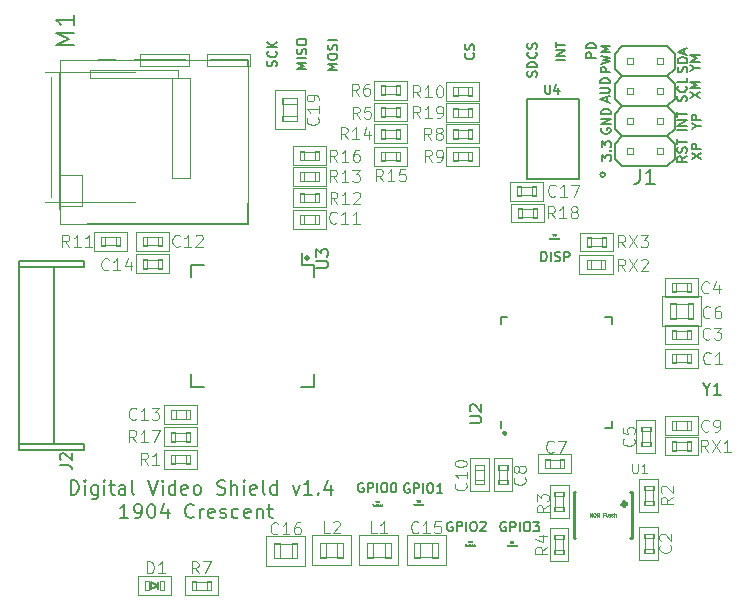
<source format=gto>
G04 #@! TF.GenerationSoftware,KiCad,Pcbnew,(5.1.2)-1*
G04 #@! TF.CreationDate,2021-07-03T10:16:44+09:00*
G04 #@! TF.ProjectId,hdmi,68646d69-2e6b-4696-9361-645f70636258,v1.5*
G04 #@! TF.SameCoordinates,Original*
G04 #@! TF.FileFunction,Legend,Top*
G04 #@! TF.FilePolarity,Positive*
%FSLAX46Y46*%
G04 Gerber Fmt 4.6, Leading zero omitted, Abs format (unit mm)*
G04 Created by KiCad (PCBNEW (5.1.2)-1) date 2021-07-03 10:16:44*
%MOMM*%
%LPD*%
G04 APERTURE LIST*
%ADD10C,0.200000*%
%ADD11C,0.300000*%
%ADD12C,0.381000*%
%ADD13C,0.248920*%
%ADD14C,0.150000*%
%ADD15C,0.101600*%
%ADD16C,0.066040*%
%ADD17C,0.127000*%
%ADD18C,0.152400*%
%ADD19C,0.203200*%
%ADD20C,0.100000*%
%ADD21C,0.048260*%
%ADD22C,0.149860*%
%ADD23C,0.074930*%
%ADD24C,0.076200*%
%ADD25C,0.031750*%
G04 APERTURE END LIST*
D10*
X168579904Y-79898809D02*
X167779904Y-79898809D01*
X167779904Y-79594047D01*
X167818000Y-79517857D01*
X167856095Y-79479761D01*
X167932285Y-79441666D01*
X168046571Y-79441666D01*
X168122761Y-79479761D01*
X168160857Y-79517857D01*
X168198952Y-79594047D01*
X168198952Y-79898809D01*
X167779904Y-79175000D02*
X168579904Y-78984523D01*
X168008476Y-78832142D01*
X168579904Y-78679761D01*
X167779904Y-78489285D01*
X168579904Y-78184523D02*
X167779904Y-78184523D01*
X168351333Y-77917857D01*
X167779904Y-77651190D01*
X168579904Y-77651190D01*
X159727047Y-118015000D02*
X159650857Y-117976904D01*
X159536571Y-117976904D01*
X159422285Y-118015000D01*
X159346095Y-118091190D01*
X159308000Y-118167380D01*
X159269904Y-118319761D01*
X159269904Y-118434047D01*
X159308000Y-118586428D01*
X159346095Y-118662619D01*
X159422285Y-118738809D01*
X159536571Y-118776904D01*
X159612761Y-118776904D01*
X159727047Y-118738809D01*
X159765142Y-118700714D01*
X159765142Y-118434047D01*
X159612761Y-118434047D01*
X160108000Y-118776904D02*
X160108000Y-117976904D01*
X160412761Y-117976904D01*
X160488952Y-118015000D01*
X160527047Y-118053095D01*
X160565142Y-118129285D01*
X160565142Y-118243571D01*
X160527047Y-118319761D01*
X160488952Y-118357857D01*
X160412761Y-118395952D01*
X160108000Y-118395952D01*
X160908000Y-118776904D02*
X160908000Y-117976904D01*
X161441333Y-117976904D02*
X161593714Y-117976904D01*
X161669904Y-118015000D01*
X161746095Y-118091190D01*
X161784190Y-118243571D01*
X161784190Y-118510238D01*
X161746095Y-118662619D01*
X161669904Y-118738809D01*
X161593714Y-118776904D01*
X161441333Y-118776904D01*
X161365142Y-118738809D01*
X161288952Y-118662619D01*
X161250857Y-118510238D01*
X161250857Y-118243571D01*
X161288952Y-118091190D01*
X161365142Y-118015000D01*
X161441333Y-117976904D01*
X162050857Y-117976904D02*
X162546095Y-117976904D01*
X162279428Y-118281666D01*
X162393714Y-118281666D01*
X162469904Y-118319761D01*
X162508000Y-118357857D01*
X162546095Y-118434047D01*
X162546095Y-118624523D01*
X162508000Y-118700714D01*
X162469904Y-118738809D01*
X162393714Y-118776904D01*
X162165142Y-118776904D01*
X162088952Y-118738809D01*
X162050857Y-118700714D01*
X155217047Y-117975000D02*
X155140857Y-117936904D01*
X155026571Y-117936904D01*
X154912285Y-117975000D01*
X154836095Y-118051190D01*
X154798000Y-118127380D01*
X154759904Y-118279761D01*
X154759904Y-118394047D01*
X154798000Y-118546428D01*
X154836095Y-118622619D01*
X154912285Y-118698809D01*
X155026571Y-118736904D01*
X155102761Y-118736904D01*
X155217047Y-118698809D01*
X155255142Y-118660714D01*
X155255142Y-118394047D01*
X155102761Y-118394047D01*
X155598000Y-118736904D02*
X155598000Y-117936904D01*
X155902761Y-117936904D01*
X155978952Y-117975000D01*
X156017047Y-118013095D01*
X156055142Y-118089285D01*
X156055142Y-118203571D01*
X156017047Y-118279761D01*
X155978952Y-118317857D01*
X155902761Y-118355952D01*
X155598000Y-118355952D01*
X156398000Y-118736904D02*
X156398000Y-117936904D01*
X156931333Y-117936904D02*
X157083714Y-117936904D01*
X157159904Y-117975000D01*
X157236095Y-118051190D01*
X157274190Y-118203571D01*
X157274190Y-118470238D01*
X157236095Y-118622619D01*
X157159904Y-118698809D01*
X157083714Y-118736904D01*
X156931333Y-118736904D01*
X156855142Y-118698809D01*
X156778952Y-118622619D01*
X156740857Y-118470238D01*
X156740857Y-118203571D01*
X156778952Y-118051190D01*
X156855142Y-117975000D01*
X156931333Y-117936904D01*
X157578952Y-118013095D02*
X157617047Y-117975000D01*
X157693238Y-117936904D01*
X157883714Y-117936904D01*
X157959904Y-117975000D01*
X157998000Y-118013095D01*
X158036095Y-118089285D01*
X158036095Y-118165476D01*
X157998000Y-118279761D01*
X157540857Y-118736904D01*
X158036095Y-118736904D01*
X151547047Y-114735000D02*
X151470857Y-114696904D01*
X151356571Y-114696904D01*
X151242285Y-114735000D01*
X151166095Y-114811190D01*
X151128000Y-114887380D01*
X151089904Y-115039761D01*
X151089904Y-115154047D01*
X151128000Y-115306428D01*
X151166095Y-115382619D01*
X151242285Y-115458809D01*
X151356571Y-115496904D01*
X151432761Y-115496904D01*
X151547047Y-115458809D01*
X151585142Y-115420714D01*
X151585142Y-115154047D01*
X151432761Y-115154047D01*
X151928000Y-115496904D02*
X151928000Y-114696904D01*
X152232761Y-114696904D01*
X152308952Y-114735000D01*
X152347047Y-114773095D01*
X152385142Y-114849285D01*
X152385142Y-114963571D01*
X152347047Y-115039761D01*
X152308952Y-115077857D01*
X152232761Y-115115952D01*
X151928000Y-115115952D01*
X152728000Y-115496904D02*
X152728000Y-114696904D01*
X153261333Y-114696904D02*
X153413714Y-114696904D01*
X153489904Y-114735000D01*
X153566095Y-114811190D01*
X153604190Y-114963571D01*
X153604190Y-115230238D01*
X153566095Y-115382619D01*
X153489904Y-115458809D01*
X153413714Y-115496904D01*
X153261333Y-115496904D01*
X153185142Y-115458809D01*
X153108952Y-115382619D01*
X153070857Y-115230238D01*
X153070857Y-114963571D01*
X153108952Y-114811190D01*
X153185142Y-114735000D01*
X153261333Y-114696904D01*
X154366095Y-115496904D02*
X153908952Y-115496904D01*
X154137523Y-115496904D02*
X154137523Y-114696904D01*
X154061333Y-114811190D01*
X153985142Y-114887380D01*
X153908952Y-114925476D01*
X147657047Y-114705000D02*
X147580857Y-114666904D01*
X147466571Y-114666904D01*
X147352285Y-114705000D01*
X147276095Y-114781190D01*
X147238000Y-114857380D01*
X147199904Y-115009761D01*
X147199904Y-115124047D01*
X147238000Y-115276428D01*
X147276095Y-115352619D01*
X147352285Y-115428809D01*
X147466571Y-115466904D01*
X147542761Y-115466904D01*
X147657047Y-115428809D01*
X147695142Y-115390714D01*
X147695142Y-115124047D01*
X147542761Y-115124047D01*
X148038000Y-115466904D02*
X148038000Y-114666904D01*
X148342761Y-114666904D01*
X148418952Y-114705000D01*
X148457047Y-114743095D01*
X148495142Y-114819285D01*
X148495142Y-114933571D01*
X148457047Y-115009761D01*
X148418952Y-115047857D01*
X148342761Y-115085952D01*
X148038000Y-115085952D01*
X148838000Y-115466904D02*
X148838000Y-114666904D01*
X149371333Y-114666904D02*
X149523714Y-114666904D01*
X149599904Y-114705000D01*
X149676095Y-114781190D01*
X149714190Y-114933571D01*
X149714190Y-115200238D01*
X149676095Y-115352619D01*
X149599904Y-115428809D01*
X149523714Y-115466904D01*
X149371333Y-115466904D01*
X149295142Y-115428809D01*
X149218952Y-115352619D01*
X149180857Y-115200238D01*
X149180857Y-114933571D01*
X149218952Y-114781190D01*
X149295142Y-114705000D01*
X149371333Y-114666904D01*
X150209428Y-114666904D02*
X150285619Y-114666904D01*
X150361809Y-114705000D01*
X150399904Y-114743095D01*
X150438000Y-114819285D01*
X150476095Y-114971666D01*
X150476095Y-115162142D01*
X150438000Y-115314523D01*
X150399904Y-115390714D01*
X150361809Y-115428809D01*
X150285619Y-115466904D01*
X150209428Y-115466904D01*
X150133238Y-115428809D01*
X150095142Y-115390714D01*
X150057047Y-115314523D01*
X150018952Y-115162142D01*
X150018952Y-114971666D01*
X150057047Y-114819285D01*
X150095142Y-114743095D01*
X150133238Y-114705000D01*
X150209428Y-114666904D01*
X162747047Y-95886904D02*
X162747047Y-95086904D01*
X162937523Y-95086904D01*
X163051809Y-95125000D01*
X163128000Y-95201190D01*
X163166095Y-95277380D01*
X163204190Y-95429761D01*
X163204190Y-95544047D01*
X163166095Y-95696428D01*
X163128000Y-95772619D01*
X163051809Y-95848809D01*
X162937523Y-95886904D01*
X162747047Y-95886904D01*
X163547047Y-95886904D02*
X163547047Y-95086904D01*
X163889904Y-95848809D02*
X164004190Y-95886904D01*
X164194666Y-95886904D01*
X164270857Y-95848809D01*
X164308952Y-95810714D01*
X164347047Y-95734523D01*
X164347047Y-95658333D01*
X164308952Y-95582142D01*
X164270857Y-95544047D01*
X164194666Y-95505952D01*
X164042285Y-95467857D01*
X163966095Y-95429761D01*
X163928000Y-95391666D01*
X163889904Y-95315476D01*
X163889904Y-95239285D01*
X163928000Y-95163095D01*
X163966095Y-95125000D01*
X164042285Y-95086904D01*
X164232761Y-95086904D01*
X164347047Y-95125000D01*
X164689904Y-95886904D02*
X164689904Y-95086904D01*
X164994666Y-95086904D01*
X165070857Y-95125000D01*
X165108952Y-95163095D01*
X165147047Y-95239285D01*
X165147047Y-95353571D01*
X165108952Y-95429761D01*
X165070857Y-95467857D01*
X164994666Y-95505952D01*
X164689904Y-95505952D01*
X175778952Y-79522142D02*
X176159904Y-79522142D01*
X175359904Y-79788809D02*
X175778952Y-79522142D01*
X175359904Y-79255476D01*
X176159904Y-78988809D02*
X175359904Y-78988809D01*
X175931333Y-78722142D01*
X175359904Y-78455476D01*
X176159904Y-78455476D01*
X175359904Y-82088809D02*
X176159904Y-81555476D01*
X175359904Y-81555476D02*
X176159904Y-82088809D01*
X176159904Y-81250714D02*
X175359904Y-81250714D01*
X175931333Y-80984047D01*
X175359904Y-80717380D01*
X176159904Y-80717380D01*
X175878952Y-84465000D02*
X176259904Y-84465000D01*
X175459904Y-84731666D02*
X175878952Y-84465000D01*
X175459904Y-84198333D01*
X176259904Y-83931666D02*
X175459904Y-83931666D01*
X175459904Y-83626904D01*
X175498000Y-83550714D01*
X175536095Y-83512619D01*
X175612285Y-83474523D01*
X175726571Y-83474523D01*
X175802761Y-83512619D01*
X175840857Y-83550714D01*
X175878952Y-83626904D01*
X175878952Y-83931666D01*
X175459904Y-87231666D02*
X176259904Y-86698333D01*
X175459904Y-86698333D02*
X176259904Y-87231666D01*
X176259904Y-86393571D02*
X175459904Y-86393571D01*
X175459904Y-86088809D01*
X175498000Y-86012619D01*
X175536095Y-85974523D01*
X175612285Y-85936428D01*
X175726571Y-85936428D01*
X175802761Y-85974523D01*
X175840857Y-86012619D01*
X175878952Y-86088809D01*
X175878952Y-86393571D01*
X162321809Y-80274523D02*
X162359904Y-80160238D01*
X162359904Y-79969761D01*
X162321809Y-79893571D01*
X162283714Y-79855476D01*
X162207523Y-79817380D01*
X162131333Y-79817380D01*
X162055142Y-79855476D01*
X162017047Y-79893571D01*
X161978952Y-79969761D01*
X161940857Y-80122142D01*
X161902761Y-80198333D01*
X161864666Y-80236428D01*
X161788476Y-80274523D01*
X161712285Y-80274523D01*
X161636095Y-80236428D01*
X161598000Y-80198333D01*
X161559904Y-80122142D01*
X161559904Y-79931666D01*
X161598000Y-79817380D01*
X162359904Y-79474523D02*
X161559904Y-79474523D01*
X161559904Y-79284047D01*
X161598000Y-79169761D01*
X161674190Y-79093571D01*
X161750380Y-79055476D01*
X161902761Y-79017380D01*
X162017047Y-79017380D01*
X162169428Y-79055476D01*
X162245619Y-79093571D01*
X162321809Y-79169761D01*
X162359904Y-79284047D01*
X162359904Y-79474523D01*
X162283714Y-78217380D02*
X162321809Y-78255476D01*
X162359904Y-78369761D01*
X162359904Y-78445952D01*
X162321809Y-78560238D01*
X162245619Y-78636428D01*
X162169428Y-78674523D01*
X162017047Y-78712619D01*
X161902761Y-78712619D01*
X161750380Y-78674523D01*
X161674190Y-78636428D01*
X161598000Y-78560238D01*
X161559904Y-78445952D01*
X161559904Y-78369761D01*
X161598000Y-78255476D01*
X161636095Y-78217380D01*
X162321809Y-77912619D02*
X162359904Y-77798333D01*
X162359904Y-77607857D01*
X162321809Y-77531666D01*
X162283714Y-77493571D01*
X162207523Y-77455476D01*
X162131333Y-77455476D01*
X162055142Y-77493571D01*
X162017047Y-77531666D01*
X161978952Y-77607857D01*
X161940857Y-77760238D01*
X161902761Y-77836428D01*
X161864666Y-77874523D01*
X161788476Y-77912619D01*
X161712285Y-77912619D01*
X161636095Y-77874523D01*
X161598000Y-77836428D01*
X161559904Y-77760238D01*
X161559904Y-77569761D01*
X161598000Y-77455476D01*
D11*
X159628000Y-110410714D02*
X159556571Y-110482142D01*
X159628000Y-110553571D01*
X159699428Y-110482142D01*
X159628000Y-110410714D01*
X159628000Y-110553571D01*
X142918000Y-95530714D02*
X142846571Y-95602142D01*
X142918000Y-95673571D01*
X142989428Y-95602142D01*
X142918000Y-95530714D01*
X142918000Y-95673571D01*
D10*
X140321809Y-79393571D02*
X140359904Y-79279285D01*
X140359904Y-79088809D01*
X140321809Y-79012619D01*
X140283714Y-78974523D01*
X140207523Y-78936428D01*
X140131333Y-78936428D01*
X140055142Y-78974523D01*
X140017047Y-79012619D01*
X139978952Y-79088809D01*
X139940857Y-79241190D01*
X139902761Y-79317380D01*
X139864666Y-79355476D01*
X139788476Y-79393571D01*
X139712285Y-79393571D01*
X139636095Y-79355476D01*
X139598000Y-79317380D01*
X139559904Y-79241190D01*
X139559904Y-79050714D01*
X139598000Y-78936428D01*
X140283714Y-78136428D02*
X140321809Y-78174523D01*
X140359904Y-78288809D01*
X140359904Y-78365000D01*
X140321809Y-78479285D01*
X140245619Y-78555476D01*
X140169428Y-78593571D01*
X140017047Y-78631666D01*
X139902761Y-78631666D01*
X139750380Y-78593571D01*
X139674190Y-78555476D01*
X139598000Y-78479285D01*
X139559904Y-78365000D01*
X139559904Y-78288809D01*
X139598000Y-78174523D01*
X139636095Y-78136428D01*
X140359904Y-77793571D02*
X139559904Y-77793571D01*
X140359904Y-77336428D02*
X139902761Y-77679285D01*
X139559904Y-77336428D02*
X140017047Y-77793571D01*
X142859904Y-79622142D02*
X142059904Y-79622142D01*
X142631333Y-79355476D01*
X142059904Y-79088809D01*
X142859904Y-79088809D01*
X142859904Y-78707857D02*
X142059904Y-78707857D01*
X142821809Y-78365000D02*
X142859904Y-78250714D01*
X142859904Y-78060238D01*
X142821809Y-77984047D01*
X142783714Y-77945952D01*
X142707523Y-77907857D01*
X142631333Y-77907857D01*
X142555142Y-77945952D01*
X142517047Y-77984047D01*
X142478952Y-78060238D01*
X142440857Y-78212619D01*
X142402761Y-78288809D01*
X142364666Y-78326904D01*
X142288476Y-78365000D01*
X142212285Y-78365000D01*
X142136095Y-78326904D01*
X142098000Y-78288809D01*
X142059904Y-78212619D01*
X142059904Y-78022142D01*
X142098000Y-77907857D01*
X142059904Y-77412619D02*
X142059904Y-77260238D01*
X142098000Y-77184047D01*
X142174190Y-77107857D01*
X142326571Y-77069761D01*
X142593238Y-77069761D01*
X142745619Y-77107857D01*
X142821809Y-77184047D01*
X142859904Y-77260238D01*
X142859904Y-77412619D01*
X142821809Y-77488809D01*
X142745619Y-77565000D01*
X142593238Y-77603095D01*
X142326571Y-77603095D01*
X142174190Y-77565000D01*
X142098000Y-77488809D01*
X142059904Y-77412619D01*
X145459904Y-79722142D02*
X144659904Y-79722142D01*
X145231333Y-79455476D01*
X144659904Y-79188809D01*
X145459904Y-79188809D01*
X144659904Y-78655476D02*
X144659904Y-78503095D01*
X144698000Y-78426904D01*
X144774190Y-78350714D01*
X144926571Y-78312619D01*
X145193238Y-78312619D01*
X145345619Y-78350714D01*
X145421809Y-78426904D01*
X145459904Y-78503095D01*
X145459904Y-78655476D01*
X145421809Y-78731666D01*
X145345619Y-78807857D01*
X145193238Y-78845952D01*
X144926571Y-78845952D01*
X144774190Y-78807857D01*
X144698000Y-78731666D01*
X144659904Y-78655476D01*
X145421809Y-78007857D02*
X145459904Y-77893571D01*
X145459904Y-77703095D01*
X145421809Y-77626904D01*
X145383714Y-77588809D01*
X145307523Y-77550714D01*
X145231333Y-77550714D01*
X145155142Y-77588809D01*
X145117047Y-77626904D01*
X145078952Y-77703095D01*
X145040857Y-77855476D01*
X145002761Y-77931666D01*
X144964666Y-77969761D01*
X144888476Y-78007857D01*
X144812285Y-78007857D01*
X144736095Y-77969761D01*
X144698000Y-77931666D01*
X144659904Y-77855476D01*
X144659904Y-77665000D01*
X144698000Y-77550714D01*
X145459904Y-77207857D02*
X144659904Y-77207857D01*
X167359904Y-78674523D02*
X166559904Y-78674523D01*
X166559904Y-78369761D01*
X166598000Y-78293571D01*
X166636095Y-78255476D01*
X166712285Y-78217380D01*
X166826571Y-78217380D01*
X166902761Y-78255476D01*
X166940857Y-78293571D01*
X166978952Y-78369761D01*
X166978952Y-78674523D01*
X167359904Y-77874523D02*
X166559904Y-77874523D01*
X166559904Y-77684047D01*
X166598000Y-77569761D01*
X166674190Y-77493571D01*
X166750380Y-77455476D01*
X166902761Y-77417380D01*
X167017047Y-77417380D01*
X167169428Y-77455476D01*
X167245619Y-77493571D01*
X167321809Y-77569761D01*
X167359904Y-77684047D01*
X167359904Y-77874523D01*
X164759904Y-78888809D02*
X163959904Y-78888809D01*
X164759904Y-78507857D02*
X163959904Y-78507857D01*
X164759904Y-78050714D01*
X163959904Y-78050714D01*
X163959904Y-77784047D02*
X163959904Y-77326904D01*
X164759904Y-77555476D02*
X163959904Y-77555476D01*
X156983714Y-78298333D02*
X157021809Y-78336428D01*
X157059904Y-78450714D01*
X157059904Y-78526904D01*
X157021809Y-78641190D01*
X156945619Y-78717380D01*
X156869428Y-78755476D01*
X156717047Y-78793571D01*
X156602761Y-78793571D01*
X156450380Y-78755476D01*
X156374190Y-78717380D01*
X156298000Y-78641190D01*
X156259904Y-78526904D01*
X156259904Y-78450714D01*
X156298000Y-78336428D01*
X156336095Y-78298333D01*
X157021809Y-77993571D02*
X157059904Y-77879285D01*
X157059904Y-77688809D01*
X157021809Y-77612619D01*
X156983714Y-77574523D01*
X156907523Y-77536428D01*
X156831333Y-77536428D01*
X156755142Y-77574523D01*
X156717047Y-77612619D01*
X156678952Y-77688809D01*
X156640857Y-77841190D01*
X156602761Y-77917380D01*
X156564666Y-77955476D01*
X156488476Y-77993571D01*
X156412285Y-77993571D01*
X156336095Y-77955476D01*
X156298000Y-77917380D01*
X156259904Y-77841190D01*
X156259904Y-77650714D01*
X156298000Y-77536428D01*
X122900857Y-115647857D02*
X122900857Y-114447857D01*
X123186571Y-114447857D01*
X123358000Y-114505000D01*
X123472285Y-114619285D01*
X123529428Y-114733571D01*
X123586571Y-114962142D01*
X123586571Y-115133571D01*
X123529428Y-115362142D01*
X123472285Y-115476428D01*
X123358000Y-115590714D01*
X123186571Y-115647857D01*
X122900857Y-115647857D01*
X124100857Y-115647857D02*
X124100857Y-114847857D01*
X124100857Y-114447857D02*
X124043714Y-114505000D01*
X124100857Y-114562142D01*
X124158000Y-114505000D01*
X124100857Y-114447857D01*
X124100857Y-114562142D01*
X125186571Y-114847857D02*
X125186571Y-115819285D01*
X125129428Y-115933571D01*
X125072285Y-115990714D01*
X124958000Y-116047857D01*
X124786571Y-116047857D01*
X124672285Y-115990714D01*
X125186571Y-115590714D02*
X125072285Y-115647857D01*
X124843714Y-115647857D01*
X124729428Y-115590714D01*
X124672285Y-115533571D01*
X124615142Y-115419285D01*
X124615142Y-115076428D01*
X124672285Y-114962142D01*
X124729428Y-114905000D01*
X124843714Y-114847857D01*
X125072285Y-114847857D01*
X125186571Y-114905000D01*
X125758000Y-115647857D02*
X125758000Y-114847857D01*
X125758000Y-114447857D02*
X125700857Y-114505000D01*
X125758000Y-114562142D01*
X125815142Y-114505000D01*
X125758000Y-114447857D01*
X125758000Y-114562142D01*
X126158000Y-114847857D02*
X126615142Y-114847857D01*
X126329428Y-114447857D02*
X126329428Y-115476428D01*
X126386571Y-115590714D01*
X126500857Y-115647857D01*
X126615142Y-115647857D01*
X127529428Y-115647857D02*
X127529428Y-115019285D01*
X127472285Y-114905000D01*
X127358000Y-114847857D01*
X127129428Y-114847857D01*
X127015142Y-114905000D01*
X127529428Y-115590714D02*
X127415142Y-115647857D01*
X127129428Y-115647857D01*
X127015142Y-115590714D01*
X126958000Y-115476428D01*
X126958000Y-115362142D01*
X127015142Y-115247857D01*
X127129428Y-115190714D01*
X127415142Y-115190714D01*
X127529428Y-115133571D01*
X128272285Y-115647857D02*
X128158000Y-115590714D01*
X128100857Y-115476428D01*
X128100857Y-114447857D01*
X129472285Y-114447857D02*
X129872285Y-115647857D01*
X130272285Y-114447857D01*
X130672285Y-115647857D02*
X130672285Y-114847857D01*
X130672285Y-114447857D02*
X130615142Y-114505000D01*
X130672285Y-114562142D01*
X130729428Y-114505000D01*
X130672285Y-114447857D01*
X130672285Y-114562142D01*
X131758000Y-115647857D02*
X131758000Y-114447857D01*
X131758000Y-115590714D02*
X131643714Y-115647857D01*
X131415142Y-115647857D01*
X131300857Y-115590714D01*
X131243714Y-115533571D01*
X131186571Y-115419285D01*
X131186571Y-115076428D01*
X131243714Y-114962142D01*
X131300857Y-114905000D01*
X131415142Y-114847857D01*
X131643714Y-114847857D01*
X131758000Y-114905000D01*
X132786571Y-115590714D02*
X132672285Y-115647857D01*
X132443714Y-115647857D01*
X132329428Y-115590714D01*
X132272285Y-115476428D01*
X132272285Y-115019285D01*
X132329428Y-114905000D01*
X132443714Y-114847857D01*
X132672285Y-114847857D01*
X132786571Y-114905000D01*
X132843714Y-115019285D01*
X132843714Y-115133571D01*
X132272285Y-115247857D01*
X133529428Y-115647857D02*
X133415142Y-115590714D01*
X133358000Y-115533571D01*
X133300857Y-115419285D01*
X133300857Y-115076428D01*
X133358000Y-114962142D01*
X133415142Y-114905000D01*
X133529428Y-114847857D01*
X133700857Y-114847857D01*
X133815142Y-114905000D01*
X133872285Y-114962142D01*
X133929428Y-115076428D01*
X133929428Y-115419285D01*
X133872285Y-115533571D01*
X133815142Y-115590714D01*
X133700857Y-115647857D01*
X133529428Y-115647857D01*
X135300857Y-115590714D02*
X135472285Y-115647857D01*
X135758000Y-115647857D01*
X135872285Y-115590714D01*
X135929428Y-115533571D01*
X135986571Y-115419285D01*
X135986571Y-115305000D01*
X135929428Y-115190714D01*
X135872285Y-115133571D01*
X135758000Y-115076428D01*
X135529428Y-115019285D01*
X135415142Y-114962142D01*
X135358000Y-114905000D01*
X135300857Y-114790714D01*
X135300857Y-114676428D01*
X135358000Y-114562142D01*
X135415142Y-114505000D01*
X135529428Y-114447857D01*
X135815142Y-114447857D01*
X135986571Y-114505000D01*
X136500857Y-115647857D02*
X136500857Y-114447857D01*
X137015142Y-115647857D02*
X137015142Y-115019285D01*
X136958000Y-114905000D01*
X136843714Y-114847857D01*
X136672285Y-114847857D01*
X136558000Y-114905000D01*
X136500857Y-114962142D01*
X137586571Y-115647857D02*
X137586571Y-114847857D01*
X137586571Y-114447857D02*
X137529428Y-114505000D01*
X137586571Y-114562142D01*
X137643714Y-114505000D01*
X137586571Y-114447857D01*
X137586571Y-114562142D01*
X138615142Y-115590714D02*
X138500857Y-115647857D01*
X138272285Y-115647857D01*
X138158000Y-115590714D01*
X138100857Y-115476428D01*
X138100857Y-115019285D01*
X138158000Y-114905000D01*
X138272285Y-114847857D01*
X138500857Y-114847857D01*
X138615142Y-114905000D01*
X138672285Y-115019285D01*
X138672285Y-115133571D01*
X138100857Y-115247857D01*
X139358000Y-115647857D02*
X139243714Y-115590714D01*
X139186571Y-115476428D01*
X139186571Y-114447857D01*
X140329428Y-115647857D02*
X140329428Y-114447857D01*
X140329428Y-115590714D02*
X140215142Y-115647857D01*
X139986571Y-115647857D01*
X139872285Y-115590714D01*
X139815142Y-115533571D01*
X139758000Y-115419285D01*
X139758000Y-115076428D01*
X139815142Y-114962142D01*
X139872285Y-114905000D01*
X139986571Y-114847857D01*
X140215142Y-114847857D01*
X140329428Y-114905000D01*
X141700857Y-114847857D02*
X141986571Y-115647857D01*
X142272285Y-114847857D01*
X143358000Y-115647857D02*
X142672285Y-115647857D01*
X143015142Y-115647857D02*
X143015142Y-114447857D01*
X142900857Y-114619285D01*
X142786571Y-114733571D01*
X142672285Y-114790714D01*
X143872285Y-115533571D02*
X143929428Y-115590714D01*
X143872285Y-115647857D01*
X143815142Y-115590714D01*
X143872285Y-115533571D01*
X143872285Y-115647857D01*
X144958000Y-114847857D02*
X144958000Y-115647857D01*
X144672285Y-114390714D02*
X144386571Y-115247857D01*
X145129428Y-115247857D01*
X127786571Y-117647857D02*
X127100857Y-117647857D01*
X127443714Y-117647857D02*
X127443714Y-116447857D01*
X127329428Y-116619285D01*
X127215142Y-116733571D01*
X127100857Y-116790714D01*
X128358000Y-117647857D02*
X128586571Y-117647857D01*
X128700857Y-117590714D01*
X128758000Y-117533571D01*
X128872285Y-117362142D01*
X128929428Y-117133571D01*
X128929428Y-116676428D01*
X128872285Y-116562142D01*
X128815142Y-116505000D01*
X128700857Y-116447857D01*
X128472285Y-116447857D01*
X128358000Y-116505000D01*
X128300857Y-116562142D01*
X128243714Y-116676428D01*
X128243714Y-116962142D01*
X128300857Y-117076428D01*
X128358000Y-117133571D01*
X128472285Y-117190714D01*
X128700857Y-117190714D01*
X128815142Y-117133571D01*
X128872285Y-117076428D01*
X128929428Y-116962142D01*
X129672285Y-116447857D02*
X129786571Y-116447857D01*
X129900857Y-116505000D01*
X129958000Y-116562142D01*
X130015142Y-116676428D01*
X130072285Y-116905000D01*
X130072285Y-117190714D01*
X130015142Y-117419285D01*
X129958000Y-117533571D01*
X129900857Y-117590714D01*
X129786571Y-117647857D01*
X129672285Y-117647857D01*
X129558000Y-117590714D01*
X129500857Y-117533571D01*
X129443714Y-117419285D01*
X129386571Y-117190714D01*
X129386571Y-116905000D01*
X129443714Y-116676428D01*
X129500857Y-116562142D01*
X129558000Y-116505000D01*
X129672285Y-116447857D01*
X131100857Y-116847857D02*
X131100857Y-117647857D01*
X130815142Y-116390714D02*
X130529428Y-117247857D01*
X131272285Y-117247857D01*
X133329428Y-117533571D02*
X133272285Y-117590714D01*
X133100857Y-117647857D01*
X132986571Y-117647857D01*
X132815142Y-117590714D01*
X132700857Y-117476428D01*
X132643714Y-117362142D01*
X132586571Y-117133571D01*
X132586571Y-116962142D01*
X132643714Y-116733571D01*
X132700857Y-116619285D01*
X132815142Y-116505000D01*
X132986571Y-116447857D01*
X133100857Y-116447857D01*
X133272285Y-116505000D01*
X133329428Y-116562142D01*
X133843714Y-117647857D02*
X133843714Y-116847857D01*
X133843714Y-117076428D02*
X133900857Y-116962142D01*
X133958000Y-116905000D01*
X134072285Y-116847857D01*
X134186571Y-116847857D01*
X135043714Y-117590714D02*
X134929428Y-117647857D01*
X134700857Y-117647857D01*
X134586571Y-117590714D01*
X134529428Y-117476428D01*
X134529428Y-117019285D01*
X134586571Y-116905000D01*
X134700857Y-116847857D01*
X134929428Y-116847857D01*
X135043714Y-116905000D01*
X135100857Y-117019285D01*
X135100857Y-117133571D01*
X134529428Y-117247857D01*
X135558000Y-117590714D02*
X135672285Y-117647857D01*
X135900857Y-117647857D01*
X136015142Y-117590714D01*
X136072285Y-117476428D01*
X136072285Y-117419285D01*
X136015142Y-117305000D01*
X135900857Y-117247857D01*
X135729428Y-117247857D01*
X135615142Y-117190714D01*
X135558000Y-117076428D01*
X135558000Y-117019285D01*
X135615142Y-116905000D01*
X135729428Y-116847857D01*
X135900857Y-116847857D01*
X136015142Y-116905000D01*
X137100857Y-117590714D02*
X136986571Y-117647857D01*
X136758000Y-117647857D01*
X136643714Y-117590714D01*
X136586571Y-117533571D01*
X136529428Y-117419285D01*
X136529428Y-117076428D01*
X136586571Y-116962142D01*
X136643714Y-116905000D01*
X136758000Y-116847857D01*
X136986571Y-116847857D01*
X137100857Y-116905000D01*
X138072285Y-117590714D02*
X137958000Y-117647857D01*
X137729428Y-117647857D01*
X137615142Y-117590714D01*
X137558000Y-117476428D01*
X137558000Y-117019285D01*
X137615142Y-116905000D01*
X137729428Y-116847857D01*
X137958000Y-116847857D01*
X138072285Y-116905000D01*
X138129428Y-117019285D01*
X138129428Y-117133571D01*
X137558000Y-117247857D01*
X138643714Y-116847857D02*
X138643714Y-117647857D01*
X138643714Y-116962142D02*
X138700857Y-116905000D01*
X138815142Y-116847857D01*
X138986571Y-116847857D01*
X139100857Y-116905000D01*
X139158000Y-117019285D01*
X139158000Y-117647857D01*
X139558000Y-116847857D02*
X140015142Y-116847857D01*
X139729428Y-116447857D02*
X139729428Y-117476428D01*
X139786571Y-117590714D01*
X139900857Y-117647857D01*
X140015142Y-117647857D01*
X175021809Y-82347380D02*
X175059904Y-82233095D01*
X175059904Y-82042619D01*
X175021809Y-81966428D01*
X174983714Y-81928333D01*
X174907523Y-81890238D01*
X174831333Y-81890238D01*
X174755142Y-81928333D01*
X174717047Y-81966428D01*
X174678952Y-82042619D01*
X174640857Y-82195000D01*
X174602761Y-82271190D01*
X174564666Y-82309285D01*
X174488476Y-82347380D01*
X174412285Y-82347380D01*
X174336095Y-82309285D01*
X174298000Y-82271190D01*
X174259904Y-82195000D01*
X174259904Y-82004523D01*
X174298000Y-81890238D01*
X174983714Y-81090238D02*
X175021809Y-81128333D01*
X175059904Y-81242619D01*
X175059904Y-81318809D01*
X175021809Y-81433095D01*
X174945619Y-81509285D01*
X174869428Y-81547380D01*
X174717047Y-81585476D01*
X174602761Y-81585476D01*
X174450380Y-81547380D01*
X174374190Y-81509285D01*
X174298000Y-81433095D01*
X174259904Y-81318809D01*
X174259904Y-81242619D01*
X174298000Y-81128333D01*
X174336095Y-81090238D01*
X175059904Y-80366428D02*
X175059904Y-80747380D01*
X174259904Y-80747380D01*
X175041809Y-79896428D02*
X175079904Y-79782142D01*
X175079904Y-79591666D01*
X175041809Y-79515476D01*
X175003714Y-79477380D01*
X174927523Y-79439285D01*
X174851333Y-79439285D01*
X174775142Y-79477380D01*
X174737047Y-79515476D01*
X174698952Y-79591666D01*
X174660857Y-79744047D01*
X174622761Y-79820238D01*
X174584666Y-79858333D01*
X174508476Y-79896428D01*
X174432285Y-79896428D01*
X174356095Y-79858333D01*
X174318000Y-79820238D01*
X174279904Y-79744047D01*
X174279904Y-79553571D01*
X174318000Y-79439285D01*
X175079904Y-79096428D02*
X174279904Y-79096428D01*
X174279904Y-78905952D01*
X174318000Y-78791666D01*
X174394190Y-78715476D01*
X174470380Y-78677380D01*
X174622761Y-78639285D01*
X174737047Y-78639285D01*
X174889428Y-78677380D01*
X174965619Y-78715476D01*
X175041809Y-78791666D01*
X175079904Y-78905952D01*
X175079904Y-79096428D01*
X174851333Y-78334523D02*
X174851333Y-77953571D01*
X175079904Y-78410714D02*
X174279904Y-78144047D01*
X175079904Y-77877380D01*
X175059904Y-84788809D02*
X174259904Y-84788809D01*
X175059904Y-84407857D02*
X174259904Y-84407857D01*
X175059904Y-83950714D01*
X174259904Y-83950714D01*
X174259904Y-83684047D02*
X174259904Y-83226904D01*
X175059904Y-83455476D02*
X174259904Y-83455476D01*
X175059904Y-87003095D02*
X174678952Y-87269761D01*
X175059904Y-87460238D02*
X174259904Y-87460238D01*
X174259904Y-87155476D01*
X174298000Y-87079285D01*
X174336095Y-87041190D01*
X174412285Y-87003095D01*
X174526571Y-87003095D01*
X174602761Y-87041190D01*
X174640857Y-87079285D01*
X174678952Y-87155476D01*
X174678952Y-87460238D01*
X175021809Y-86698333D02*
X175059904Y-86584047D01*
X175059904Y-86393571D01*
X175021809Y-86317380D01*
X174983714Y-86279285D01*
X174907523Y-86241190D01*
X174831333Y-86241190D01*
X174755142Y-86279285D01*
X174717047Y-86317380D01*
X174678952Y-86393571D01*
X174640857Y-86545952D01*
X174602761Y-86622142D01*
X174564666Y-86660238D01*
X174488476Y-86698333D01*
X174412285Y-86698333D01*
X174336095Y-86660238D01*
X174298000Y-86622142D01*
X174259904Y-86545952D01*
X174259904Y-86355476D01*
X174298000Y-86241190D01*
X174259904Y-86012619D02*
X174259904Y-85555476D01*
X175059904Y-85784047D02*
X174259904Y-85784047D01*
X168311333Y-82394523D02*
X168311333Y-82013571D01*
X168539904Y-82470714D02*
X167739904Y-82204047D01*
X168539904Y-81937380D01*
X167739904Y-81670714D02*
X168387523Y-81670714D01*
X168463714Y-81632619D01*
X168501809Y-81594523D01*
X168539904Y-81518333D01*
X168539904Y-81365952D01*
X168501809Y-81289761D01*
X168463714Y-81251666D01*
X168387523Y-81213571D01*
X167739904Y-81213571D01*
X168539904Y-80832619D02*
X167739904Y-80832619D01*
X167739904Y-80642142D01*
X167778000Y-80527857D01*
X167854190Y-80451666D01*
X167930380Y-80413571D01*
X168082761Y-80375476D01*
X168197047Y-80375476D01*
X168349428Y-80413571D01*
X168425619Y-80451666D01*
X168501809Y-80527857D01*
X168539904Y-80642142D01*
X168539904Y-80832619D01*
X167848000Y-84654523D02*
X167809904Y-84730714D01*
X167809904Y-84845000D01*
X167848000Y-84959285D01*
X167924190Y-85035476D01*
X168000380Y-85073571D01*
X168152761Y-85111666D01*
X168267047Y-85111666D01*
X168419428Y-85073571D01*
X168495619Y-85035476D01*
X168571809Y-84959285D01*
X168609904Y-84845000D01*
X168609904Y-84768809D01*
X168571809Y-84654523D01*
X168533714Y-84616428D01*
X168267047Y-84616428D01*
X168267047Y-84768809D01*
X168609904Y-84273571D02*
X167809904Y-84273571D01*
X168609904Y-83816428D01*
X167809904Y-83816428D01*
X168609904Y-83435476D02*
X167809904Y-83435476D01*
X167809904Y-83245000D01*
X167848000Y-83130714D01*
X167924190Y-83054523D01*
X168000380Y-83016428D01*
X168152761Y-82978333D01*
X168267047Y-82978333D01*
X168419428Y-83016428D01*
X168495619Y-83054523D01*
X168571809Y-83130714D01*
X168609904Y-83245000D01*
X168609904Y-83435476D01*
X167849904Y-87393095D02*
X167849904Y-86897857D01*
X168154666Y-87164523D01*
X168154666Y-87050238D01*
X168192761Y-86974047D01*
X168230857Y-86935952D01*
X168307047Y-86897857D01*
X168497523Y-86897857D01*
X168573714Y-86935952D01*
X168611809Y-86974047D01*
X168649904Y-87050238D01*
X168649904Y-87278809D01*
X168611809Y-87355000D01*
X168573714Y-87393095D01*
X168573714Y-86555000D02*
X168611809Y-86516904D01*
X168649904Y-86555000D01*
X168611809Y-86593095D01*
X168573714Y-86555000D01*
X168649904Y-86555000D01*
X167849904Y-86250238D02*
X167849904Y-85755000D01*
X168154666Y-86021666D01*
X168154666Y-85907380D01*
X168192761Y-85831190D01*
X168230857Y-85793095D01*
X168307047Y-85755000D01*
X168497523Y-85755000D01*
X168573714Y-85793095D01*
X168611809Y-85831190D01*
X168649904Y-85907380D01*
X168649904Y-86135952D01*
X168611809Y-86212142D01*
X168573714Y-86250238D01*
D12*
X169903644Y-116468060D02*
G75*
G03X169903644Y-116468060I-144624J0D01*
G01*
D13*
X170396560Y-119333180D02*
X170277180Y-119333180D01*
X165618820Y-119333180D02*
X165499440Y-119333180D01*
X165499440Y-119333180D02*
X165499440Y-115436820D01*
X170396560Y-115436820D02*
X170277180Y-115436820D01*
X165618820Y-115436820D02*
X165499440Y-115436820D01*
X170396560Y-119333180D02*
X170396560Y-115436820D01*
D14*
X143473000Y-96190000D02*
X142473000Y-96190000D01*
X143473000Y-106540000D02*
X142398000Y-106540000D01*
X133123000Y-106540000D02*
X134198000Y-106540000D01*
X133123000Y-96190000D02*
X134198000Y-96190000D01*
X143473000Y-96190000D02*
X143473000Y-97265000D01*
X133123000Y-96190000D02*
X133123000Y-97265000D01*
X133123000Y-106540000D02*
X133123000Y-105465000D01*
X143473000Y-106540000D02*
X143473000Y-105465000D01*
X142473000Y-96190000D02*
X142473000Y-95165000D01*
X159294000Y-100628000D02*
X159869000Y-100628000D01*
X168694000Y-110028000D02*
X168119000Y-110028000D01*
X168694000Y-100628000D02*
X168119000Y-100628000D01*
X159294000Y-110028000D02*
X159294000Y-109453000D01*
X168694000Y-110028000D02*
X168694000Y-109453000D01*
X168694000Y-100628000D02*
X168694000Y-101203000D01*
X159294000Y-100628000D02*
X159294000Y-101203000D01*
D15*
X172197980Y-119078100D02*
X172197980Y-120525900D01*
X171502020Y-120525900D02*
X171502020Y-119078100D01*
D16*
X172647560Y-121201540D02*
X171052440Y-121201540D01*
X171052440Y-121201540D02*
X171052440Y-118402460D01*
X172647560Y-118402460D02*
X171052440Y-118402460D01*
X172647560Y-121201540D02*
X172647560Y-118402460D01*
X172248780Y-119352420D02*
X171451220Y-119352420D01*
X171451220Y-119352420D02*
X171451220Y-119004440D01*
X172248780Y-119004440D02*
X171451220Y-119004440D01*
X172248780Y-119352420D02*
X172248780Y-119004440D01*
X172248780Y-120599560D02*
X171451220Y-120599560D01*
X171451220Y-120599560D02*
X171451220Y-120251580D01*
X172248780Y-120251580D02*
X171451220Y-120251580D01*
X172248780Y-120599560D02*
X172248780Y-120251580D01*
X173828440Y-102509780D02*
X174176420Y-102509780D01*
X174176420Y-102509780D02*
X174176420Y-101712220D01*
X173828440Y-101712220D02*
X174176420Y-101712220D01*
X173828440Y-102509780D02*
X173828440Y-101712220D01*
X175075580Y-102509780D02*
X175423560Y-102509780D01*
X175423560Y-102509780D02*
X175423560Y-101712220D01*
X175075580Y-101712220D02*
X175423560Y-101712220D01*
X175075580Y-102509780D02*
X175075580Y-101712220D01*
X173226460Y-102908560D02*
X176025540Y-102908560D01*
X176025540Y-102908560D02*
X176025540Y-101313440D01*
X173226460Y-101313440D02*
X176025540Y-101313440D01*
X173226460Y-102908560D02*
X173226460Y-101313440D01*
D15*
X173902100Y-101763020D02*
X175349900Y-101763020D01*
X175349900Y-102458980D02*
X173902100Y-102458980D01*
D16*
X173828440Y-98509980D02*
X174176420Y-98509980D01*
X174176420Y-98509980D02*
X174176420Y-97712420D01*
X173828440Y-97712420D02*
X174176420Y-97712420D01*
X173828440Y-98509980D02*
X173828440Y-97712420D01*
X175075580Y-98509980D02*
X175423560Y-98509980D01*
X175423560Y-98509980D02*
X175423560Y-97712420D01*
X175075580Y-97712420D02*
X175423560Y-97712420D01*
X175075580Y-98509980D02*
X175075580Y-97712420D01*
X173226460Y-98908760D02*
X176025540Y-98908760D01*
X176025540Y-98908760D02*
X176025540Y-97313640D01*
X173226460Y-97313640D02*
X176025540Y-97313640D01*
X173226460Y-98908760D02*
X173226460Y-97313640D01*
D15*
X173902100Y-97763220D02*
X175349900Y-97763220D01*
X175349900Y-98459180D02*
X173902100Y-98459180D01*
X171250020Y-111462900D02*
X171250020Y-110015100D01*
X171945980Y-110015100D02*
X171945980Y-111462900D01*
D16*
X170800440Y-109339460D02*
X172395560Y-109339460D01*
X172395560Y-109339460D02*
X172395560Y-112138540D01*
X170800440Y-112138540D02*
X172395560Y-112138540D01*
X170800440Y-109339460D02*
X170800440Y-112138540D01*
X171199220Y-111188580D02*
X171996780Y-111188580D01*
X171996780Y-111188580D02*
X171996780Y-111536560D01*
X171199220Y-111536560D02*
X171996780Y-111536560D01*
X171199220Y-111188580D02*
X171199220Y-111536560D01*
X171199220Y-109941440D02*
X171996780Y-109941440D01*
X171996780Y-109941440D02*
X171996780Y-110289420D01*
X171199220Y-110289420D02*
X171996780Y-110289420D01*
X171199220Y-109941440D02*
X171199220Y-110289420D01*
X173629780Y-100758700D02*
X174130160Y-100758700D01*
X174130160Y-100758700D02*
X174130160Y-99463300D01*
X173629780Y-99463300D02*
X174130160Y-99463300D01*
X173629780Y-100758700D02*
X173629780Y-99463300D01*
X175125840Y-100758700D02*
X175626220Y-100758700D01*
X175626220Y-100758700D02*
X175626220Y-99463300D01*
X175125840Y-99463300D02*
X175626220Y-99463300D01*
X175125840Y-100758700D02*
X175125840Y-99463300D01*
X172979540Y-101360680D02*
X176276460Y-101360680D01*
X176276460Y-101360680D02*
X176276460Y-98861320D01*
X172979540Y-98861320D02*
X176276460Y-98861320D01*
X172979540Y-101360680D02*
X172979540Y-98861320D01*
D15*
X173703440Y-99511560D02*
X175552560Y-99511560D01*
X175552560Y-100710440D02*
X173703440Y-100710440D01*
D16*
X163094200Y-113443780D02*
X163442180Y-113443780D01*
X163442180Y-113443780D02*
X163442180Y-112646220D01*
X163094200Y-112646220D02*
X163442180Y-112646220D01*
X163094200Y-113443780D02*
X163094200Y-112646220D01*
X164341340Y-113443780D02*
X164689320Y-113443780D01*
X164689320Y-113443780D02*
X164689320Y-112646220D01*
X164341340Y-112646220D02*
X164689320Y-112646220D01*
X164341340Y-113443780D02*
X164341340Y-112646220D01*
X162492220Y-113842560D02*
X165291300Y-113842560D01*
X165291300Y-113842560D02*
X165291300Y-112247440D01*
X162492220Y-112247440D02*
X165291300Y-112247440D01*
X162492220Y-113842560D02*
X162492220Y-112247440D01*
D15*
X163167860Y-112697020D02*
X164615660Y-112697020D01*
X164615660Y-113392980D02*
X163167860Y-113392980D01*
X159150020Y-114712900D02*
X159150020Y-113265100D01*
X159845980Y-113265100D02*
X159845980Y-114712900D01*
D16*
X158700440Y-112589460D02*
X160295560Y-112589460D01*
X160295560Y-112589460D02*
X160295560Y-115388540D01*
X158700440Y-115388540D02*
X160295560Y-115388540D01*
X158700440Y-112589460D02*
X158700440Y-115388540D01*
X159099220Y-114438580D02*
X159896780Y-114438580D01*
X159896780Y-114438580D02*
X159896780Y-114786560D01*
X159099220Y-114786560D02*
X159896780Y-114786560D01*
X159099220Y-114438580D02*
X159099220Y-114786560D01*
X159099220Y-113191440D02*
X159896780Y-113191440D01*
X159896780Y-113191440D02*
X159896780Y-113539420D01*
X159099220Y-113539420D02*
X159896780Y-113539420D01*
X159099220Y-113191440D02*
X159099220Y-113539420D01*
X157114220Y-113191440D02*
X157114220Y-113539420D01*
X157114220Y-113539420D02*
X157911780Y-113539420D01*
X157911780Y-113191440D02*
X157911780Y-113539420D01*
X157114220Y-113191440D02*
X157911780Y-113191440D01*
X157114220Y-114438580D02*
X157114220Y-114786560D01*
X157114220Y-114786560D02*
X157911780Y-114786560D01*
X157911780Y-114438580D02*
X157911780Y-114786560D01*
X157114220Y-114438580D02*
X157911780Y-114438580D01*
X156715440Y-112589460D02*
X156715440Y-115388540D01*
X156715440Y-115388540D02*
X158310560Y-115388540D01*
X158310560Y-112589460D02*
X158310560Y-115388540D01*
X156715440Y-112589460D02*
X158310560Y-112589460D01*
D15*
X157860980Y-113265100D02*
X157860980Y-114712900D01*
X157165020Y-114712900D02*
X157165020Y-113265100D01*
X142374100Y-92017020D02*
X143821900Y-92017020D01*
X143821900Y-92712980D02*
X142374100Y-92712980D01*
D16*
X144497540Y-91567440D02*
X144497540Y-93162560D01*
X144497540Y-93162560D02*
X141698460Y-93162560D01*
X141698460Y-91567440D02*
X141698460Y-93162560D01*
X144497540Y-91567440D02*
X141698460Y-91567440D01*
X142648420Y-91966220D02*
X142648420Y-92763780D01*
X142648420Y-92763780D02*
X142300440Y-92763780D01*
X142300440Y-91966220D02*
X142300440Y-92763780D01*
X142648420Y-91966220D02*
X142300440Y-91966220D01*
X143895560Y-91966220D02*
X143895560Y-92763780D01*
X143895560Y-92763780D02*
X143547580Y-92763780D01*
X143547580Y-91966220D02*
X143547580Y-92763780D01*
X143895560Y-91966220D02*
X143547580Y-91966220D01*
X130595560Y-93816220D02*
X130247580Y-93816220D01*
X130247580Y-93816220D02*
X130247580Y-94613780D01*
X130595560Y-94613780D02*
X130247580Y-94613780D01*
X130595560Y-93816220D02*
X130595560Y-94613780D01*
X129348420Y-93816220D02*
X129000440Y-93816220D01*
X129000440Y-93816220D02*
X129000440Y-94613780D01*
X129348420Y-94613780D02*
X129000440Y-94613780D01*
X129348420Y-93816220D02*
X129348420Y-94613780D01*
X131197540Y-93417440D02*
X128398460Y-93417440D01*
X128398460Y-93417440D02*
X128398460Y-95012560D01*
X131197540Y-95012560D02*
X128398460Y-95012560D01*
X131197540Y-93417440D02*
X131197540Y-95012560D01*
D15*
X130521900Y-94562980D02*
X129074100Y-94562980D01*
X129074100Y-93867020D02*
X130521900Y-93867020D01*
X131500100Y-108517020D02*
X132947900Y-108517020D01*
X132947900Y-109212980D02*
X131500100Y-109212980D01*
D16*
X133623540Y-108067440D02*
X133623540Y-109662560D01*
X133623540Y-109662560D02*
X130824460Y-109662560D01*
X130824460Y-108067440D02*
X130824460Y-109662560D01*
X133623540Y-108067440D02*
X130824460Y-108067440D01*
X131774420Y-108466220D02*
X131774420Y-109263780D01*
X131774420Y-109263780D02*
X131426440Y-109263780D01*
X131426440Y-108466220D02*
X131426440Y-109263780D01*
X131774420Y-108466220D02*
X131426440Y-108466220D01*
X133021560Y-108466220D02*
X133021560Y-109263780D01*
X133021560Y-109263780D02*
X132673580Y-109263780D01*
X132673580Y-108466220D02*
X132673580Y-109263780D01*
X133021560Y-108466220D02*
X132673580Y-108466220D01*
D15*
X129100100Y-95767020D02*
X130547900Y-95767020D01*
X130547900Y-96462980D02*
X129100100Y-96462980D01*
D16*
X131223540Y-95317440D02*
X131223540Y-96912560D01*
X131223540Y-96912560D02*
X128424460Y-96912560D01*
X128424460Y-95317440D02*
X128424460Y-96912560D01*
X131223540Y-95317440D02*
X128424460Y-95317440D01*
X129374420Y-95716220D02*
X129374420Y-96513780D01*
X129374420Y-96513780D02*
X129026440Y-96513780D01*
X129026440Y-95716220D02*
X129026440Y-96513780D01*
X129374420Y-95716220D02*
X129026440Y-95716220D01*
X130621560Y-95716220D02*
X130621560Y-96513780D01*
X130621560Y-96513780D02*
X130273580Y-96513780D01*
X130273580Y-95716220D02*
X130273580Y-96513780D01*
X130621560Y-95716220D02*
X130273580Y-95716220D01*
D15*
X153924560Y-120964440D02*
X152075440Y-120964440D01*
X152075440Y-119765560D02*
X153924560Y-119765560D01*
D16*
X151351540Y-121614680D02*
X151351540Y-119115320D01*
X151351540Y-119115320D02*
X154648460Y-119115320D01*
X154648460Y-121614680D02*
X154648460Y-119115320D01*
X151351540Y-121614680D02*
X154648460Y-121614680D01*
X153497840Y-121012700D02*
X153497840Y-119717300D01*
X153497840Y-119717300D02*
X153998220Y-119717300D01*
X153998220Y-121012700D02*
X153998220Y-119717300D01*
X153497840Y-121012700D02*
X153998220Y-121012700D01*
X152001780Y-121012700D02*
X152001780Y-119717300D01*
X152001780Y-119717300D02*
X152502160Y-119717300D01*
X152502160Y-121012700D02*
X152502160Y-119717300D01*
X152001780Y-121012700D02*
X152502160Y-121012700D01*
X142096220Y-119767300D02*
X141595840Y-119767300D01*
X141595840Y-119767300D02*
X141595840Y-121062700D01*
X142096220Y-121062700D02*
X141595840Y-121062700D01*
X142096220Y-119767300D02*
X142096220Y-121062700D01*
X140600160Y-119767300D02*
X140099780Y-119767300D01*
X140099780Y-119767300D02*
X140099780Y-121062700D01*
X140600160Y-121062700D02*
X140099780Y-121062700D01*
X140600160Y-119767300D02*
X140600160Y-121062700D01*
X142746460Y-119165320D02*
X139449540Y-119165320D01*
X139449540Y-119165320D02*
X139449540Y-121664680D01*
X142746460Y-121664680D02*
X139449540Y-121664680D01*
X142746460Y-119165320D02*
X142746460Y-121664680D01*
D15*
X142022560Y-121014440D02*
X140173440Y-121014440D01*
X140173440Y-119815560D02*
X142022560Y-119815560D01*
X173902100Y-103763020D02*
X175349900Y-103763020D01*
X175349900Y-104458980D02*
X173902100Y-104458980D01*
D16*
X176025540Y-103313440D02*
X176025540Y-104908560D01*
X176025540Y-104908560D02*
X173226460Y-104908560D01*
X173226460Y-103313440D02*
X173226460Y-104908560D01*
X176025540Y-103313440D02*
X173226460Y-103313440D01*
X174176420Y-103712220D02*
X174176420Y-104509780D01*
X174176420Y-104509780D02*
X173828440Y-104509780D01*
X173828440Y-103712220D02*
X173828440Y-104509780D01*
X174176420Y-103712220D02*
X173828440Y-103712220D01*
X175423560Y-103712220D02*
X175423560Y-104509780D01*
X175423560Y-104509780D02*
X175075580Y-104509780D01*
X175075580Y-103712220D02*
X175075580Y-104509780D01*
X175423560Y-103712220D02*
X175075580Y-103712220D01*
X173828440Y-110209780D02*
X174176420Y-110209780D01*
X174176420Y-110209780D02*
X174176420Y-109412220D01*
X173828440Y-109412220D02*
X174176420Y-109412220D01*
X173828440Y-110209780D02*
X173828440Y-109412220D01*
X175075580Y-110209780D02*
X175423560Y-110209780D01*
X175423560Y-110209780D02*
X175423560Y-109412220D01*
X175075580Y-109412220D02*
X175423560Y-109412220D01*
X175075580Y-110209780D02*
X175075580Y-109412220D01*
X173226460Y-110608560D02*
X176025540Y-110608560D01*
X176025540Y-110608560D02*
X176025540Y-109013440D01*
X173226460Y-109013440D02*
X176025540Y-109013440D01*
X173226460Y-110608560D02*
X173226460Y-109013440D01*
D15*
X173902100Y-109463020D02*
X175349900Y-109463020D01*
X175349900Y-110158980D02*
X173902100Y-110158980D01*
D16*
X129200440Y-123763780D02*
X129548420Y-123763780D01*
X129548420Y-123763780D02*
X129548420Y-122966220D01*
X129200440Y-122966220D02*
X129548420Y-122966220D01*
X129200440Y-123763780D02*
X129200440Y-122966220D01*
X130447580Y-123763780D02*
X130795560Y-123763780D01*
X130795560Y-123763780D02*
X130795560Y-122966220D01*
X130447580Y-122966220D02*
X130795560Y-122966220D01*
X130447580Y-123763780D02*
X130447580Y-122966220D01*
X128598460Y-124162560D02*
X131397540Y-124162560D01*
X131397540Y-124162560D02*
X131397540Y-122567440D01*
X128598460Y-122567440D02*
X131397540Y-122567440D01*
X128598460Y-124162560D02*
X128598460Y-122567440D01*
D17*
X130315500Y-123047500D02*
X130315500Y-123682500D01*
X130315500Y-123365000D02*
X129680500Y-123047500D01*
X129680500Y-123047500D02*
X129680500Y-123682500D01*
X129680500Y-123682500D02*
X130315500Y-123365000D01*
D16*
X173022000Y-86829000D02*
X173022000Y-86321000D01*
X173022000Y-86321000D02*
X172514000Y-86321000D01*
X172514000Y-86829000D02*
X172514000Y-86321000D01*
X173022000Y-86829000D02*
X172514000Y-86829000D01*
X170482000Y-86829000D02*
X170482000Y-86321000D01*
X170482000Y-86321000D02*
X169974000Y-86321000D01*
X169974000Y-86829000D02*
X169974000Y-86321000D01*
X170482000Y-86829000D02*
X169974000Y-86829000D01*
X170482000Y-84289000D02*
X170482000Y-83781000D01*
X170482000Y-83781000D02*
X169974000Y-83781000D01*
X169974000Y-84289000D02*
X169974000Y-83781000D01*
X170482000Y-84289000D02*
X169974000Y-84289000D01*
X173022000Y-84289000D02*
X173022000Y-83781000D01*
X173022000Y-83781000D02*
X172514000Y-83781000D01*
X172514000Y-84289000D02*
X172514000Y-83781000D01*
X173022000Y-84289000D02*
X172514000Y-84289000D01*
X170482000Y-81749000D02*
X170482000Y-81241000D01*
X170482000Y-81241000D02*
X169974000Y-81241000D01*
X169974000Y-81749000D02*
X169974000Y-81241000D01*
X170482000Y-81749000D02*
X169974000Y-81749000D01*
X173022000Y-81749000D02*
X173022000Y-81241000D01*
X173022000Y-81241000D02*
X172514000Y-81241000D01*
X172514000Y-81749000D02*
X172514000Y-81241000D01*
X173022000Y-81749000D02*
X172514000Y-81749000D01*
X170482000Y-79209000D02*
X170482000Y-78701000D01*
X170482000Y-78701000D02*
X169974000Y-78701000D01*
X169974000Y-79209000D02*
X169974000Y-78701000D01*
X170482000Y-79209000D02*
X169974000Y-79209000D01*
X173022000Y-79209000D02*
X173022000Y-78701000D01*
X173022000Y-78701000D02*
X172514000Y-78701000D01*
X172514000Y-79209000D02*
X172514000Y-78701000D01*
X173022000Y-79209000D02*
X172514000Y-79209000D01*
D18*
X173403000Y-87845000D02*
X174038000Y-87210000D01*
X174038000Y-85940000D02*
X173403000Y-85305000D01*
X173403000Y-85305000D02*
X174038000Y-84670000D01*
X174038000Y-83400000D02*
X173403000Y-82765000D01*
X173403000Y-82765000D02*
X174038000Y-82130000D01*
X174038000Y-80860000D02*
X173403000Y-80225000D01*
X173403000Y-87845000D02*
X169593000Y-87845000D01*
X169593000Y-87845000D02*
X168958000Y-87210000D01*
X168958000Y-87210000D02*
X168958000Y-85940000D01*
X168958000Y-85940000D02*
X169593000Y-85305000D01*
X169593000Y-85305000D02*
X168958000Y-84670000D01*
X168958000Y-84670000D02*
X168958000Y-83400000D01*
X168958000Y-83400000D02*
X169593000Y-82765000D01*
X169593000Y-82765000D02*
X168958000Y-82130000D01*
X168958000Y-82130000D02*
X168958000Y-80860000D01*
X168958000Y-80860000D02*
X169593000Y-80225000D01*
X169593000Y-85305000D02*
X173403000Y-85305000D01*
X169593000Y-82765000D02*
X173403000Y-82765000D01*
X169593000Y-80225000D02*
X173403000Y-80225000D01*
X174038000Y-82130000D02*
X174038000Y-80860000D01*
X174038000Y-84670000D02*
X174038000Y-83400000D01*
X174038000Y-87210000D02*
X174038000Y-85940000D01*
X173403000Y-80225000D02*
X174038000Y-79590000D01*
X174038000Y-78320000D02*
X173403000Y-77685000D01*
X169593000Y-80225000D02*
X168958000Y-79590000D01*
X168958000Y-79590000D02*
X168958000Y-78320000D01*
X168958000Y-78320000D02*
X169593000Y-77685000D01*
X169593000Y-77685000D02*
X173403000Y-77685000D01*
X174038000Y-79590000D02*
X174038000Y-78320000D01*
D14*
X121498000Y-111365000D02*
X118498000Y-111365000D01*
X121498000Y-96365000D02*
X121498000Y-111365000D01*
X118498000Y-96365000D02*
X121498000Y-96365000D01*
X118498000Y-111365000D02*
X118498000Y-96365000D01*
X123998000Y-96365000D02*
X121498000Y-96365000D01*
X123998000Y-95865000D02*
X123998000Y-96365000D01*
X118498000Y-95865000D02*
X123998000Y-95865000D01*
X118498000Y-96365000D02*
X118498000Y-95865000D01*
X118498000Y-111865000D02*
X118498000Y-111365000D01*
X123998000Y-111865000D02*
X118498000Y-111865000D01*
X123998000Y-111365000D02*
X123998000Y-111865000D01*
X121498000Y-111365000D02*
X123998000Y-111365000D01*
D15*
X149913560Y-120964440D02*
X148064440Y-120964440D01*
X148064440Y-119765560D02*
X149913560Y-119765560D01*
D16*
X147340540Y-121614680D02*
X147340540Y-119115320D01*
X147340540Y-119115320D02*
X150637460Y-119115320D01*
X150637460Y-121614680D02*
X150637460Y-119115320D01*
X147340540Y-121614680D02*
X150637460Y-121614680D01*
X149486840Y-121012700D02*
X149486840Y-119717300D01*
X149486840Y-119717300D02*
X149987220Y-119717300D01*
X149987220Y-121012700D02*
X149987220Y-119717300D01*
X149486840Y-121012700D02*
X149987220Y-121012700D01*
X147990780Y-121012700D02*
X147990780Y-119717300D01*
X147990780Y-119717300D02*
X148491160Y-119717300D01*
X148491160Y-121012700D02*
X148491160Y-119717300D01*
X147990780Y-121012700D02*
X148491160Y-121012700D01*
X145987220Y-119717300D02*
X145486840Y-119717300D01*
X145486840Y-119717300D02*
X145486840Y-121012700D01*
X145987220Y-121012700D02*
X145486840Y-121012700D01*
X145987220Y-119717300D02*
X145987220Y-121012700D01*
X144491160Y-119717300D02*
X143990780Y-119717300D01*
X143990780Y-119717300D02*
X143990780Y-121012700D01*
X144491160Y-121012700D02*
X143990780Y-121012700D01*
X144491160Y-119717300D02*
X144491160Y-121012700D01*
X146637460Y-119115320D02*
X143340540Y-119115320D01*
X143340540Y-119115320D02*
X143340540Y-121614680D01*
X146637460Y-121614680D02*
X143340540Y-121614680D01*
X146637460Y-119115320D02*
X146637460Y-121614680D01*
D15*
X145913560Y-120964440D02*
X144064440Y-120964440D01*
X144064440Y-119765560D02*
X145913560Y-119765560D01*
D16*
X171451220Y-114941440D02*
X171451220Y-115289420D01*
X171451220Y-115289420D02*
X172248780Y-115289420D01*
X172248780Y-114941440D02*
X172248780Y-115289420D01*
X171451220Y-114941440D02*
X172248780Y-114941440D01*
X171451220Y-116188580D02*
X171451220Y-116536560D01*
X171451220Y-116536560D02*
X172248780Y-116536560D01*
X172248780Y-116188580D02*
X172248780Y-116536560D01*
X171451220Y-116188580D02*
X172248780Y-116188580D01*
X171052440Y-114339460D02*
X171052440Y-117138540D01*
X171052440Y-117138540D02*
X172647560Y-117138540D01*
X172647560Y-114339460D02*
X172647560Y-117138540D01*
X171052440Y-114339460D02*
X172647560Y-114339460D01*
D15*
X172197980Y-115015100D02*
X172197980Y-116462900D01*
X171502020Y-116462900D02*
X171502020Y-115015100D01*
X163902020Y-116962900D02*
X163902020Y-115515100D01*
X164597980Y-115515100D02*
X164597980Y-116962900D01*
D16*
X163452440Y-114839460D02*
X165047560Y-114839460D01*
X165047560Y-114839460D02*
X165047560Y-117638540D01*
X163452440Y-117638540D02*
X165047560Y-117638540D01*
X163452440Y-114839460D02*
X163452440Y-117638540D01*
X163851220Y-116688580D02*
X164648780Y-116688580D01*
X164648780Y-116688580D02*
X164648780Y-117036560D01*
X163851220Y-117036560D02*
X164648780Y-117036560D01*
X163851220Y-116688580D02*
X163851220Y-117036560D01*
X163851220Y-115441440D02*
X164648780Y-115441440D01*
X164648780Y-115441440D02*
X164648780Y-115789420D01*
X163851220Y-115789420D02*
X164648780Y-115789420D01*
X163851220Y-115441440D02*
X163851220Y-115789420D01*
X164636780Y-120662560D02*
X164636780Y-120314580D01*
X164636780Y-120314580D02*
X163839220Y-120314580D01*
X163839220Y-120662560D02*
X163839220Y-120314580D01*
X164636780Y-120662560D02*
X163839220Y-120662560D01*
X164636780Y-119415420D02*
X164636780Y-119067440D01*
X164636780Y-119067440D02*
X163839220Y-119067440D01*
X163839220Y-119415420D02*
X163839220Y-119067440D01*
X164636780Y-119415420D02*
X163839220Y-119415420D01*
X165035560Y-121264540D02*
X165035560Y-118465460D01*
X165035560Y-118465460D02*
X163440440Y-118465460D01*
X163440440Y-121264540D02*
X163440440Y-118465460D01*
X165035560Y-121264540D02*
X163440440Y-121264540D01*
D15*
X163890020Y-120588900D02*
X163890020Y-119141100D01*
X164585980Y-119141100D02*
X164585980Y-120588900D01*
D16*
X175384560Y-111148220D02*
X175036580Y-111148220D01*
X175036580Y-111148220D02*
X175036580Y-111945780D01*
X175384560Y-111945780D02*
X175036580Y-111945780D01*
X175384560Y-111148220D02*
X175384560Y-111945780D01*
X174137420Y-111148220D02*
X173789440Y-111148220D01*
X173789440Y-111148220D02*
X173789440Y-111945780D01*
X174137420Y-111945780D02*
X173789440Y-111945780D01*
X174137420Y-111148220D02*
X174137420Y-111945780D01*
X175986540Y-110749440D02*
X173187460Y-110749440D01*
X173187460Y-110749440D02*
X173187460Y-112344560D01*
X175986540Y-112344560D02*
X173187460Y-112344560D01*
X175986540Y-110749440D02*
X175986540Y-112344560D01*
D15*
X175310900Y-111894980D02*
X173863100Y-111894980D01*
X173863100Y-111199020D02*
X175310900Y-111199020D01*
D16*
X134795560Y-122966220D02*
X134447580Y-122966220D01*
X134447580Y-122966220D02*
X134447580Y-123763780D01*
X134795560Y-123763780D02*
X134447580Y-123763780D01*
X134795560Y-122966220D02*
X134795560Y-123763780D01*
X133548420Y-122966220D02*
X133200440Y-122966220D01*
X133200440Y-122966220D02*
X133200440Y-123763780D01*
X133548420Y-123763780D02*
X133200440Y-123763780D01*
X133548420Y-122966220D02*
X133548420Y-123763780D01*
X135397540Y-122567440D02*
X132598460Y-122567440D01*
X132598460Y-122567440D02*
X132598460Y-124162560D01*
X135397540Y-124162560D02*
X132598460Y-124162560D01*
X135397540Y-122567440D02*
X135397540Y-124162560D01*
D15*
X134721900Y-123712980D02*
X133274100Y-123712980D01*
X133274100Y-123017020D02*
X134721900Y-123017020D01*
D16*
X168169560Y-95766220D02*
X167821580Y-95766220D01*
X167821580Y-95766220D02*
X167821580Y-96563780D01*
X168169560Y-96563780D02*
X167821580Y-96563780D01*
X168169560Y-95766220D02*
X168169560Y-96563780D01*
X166922420Y-95766220D02*
X166574440Y-95766220D01*
X166574440Y-95766220D02*
X166574440Y-96563780D01*
X166922420Y-96563780D02*
X166574440Y-96563780D01*
X166922420Y-95766220D02*
X166922420Y-96563780D01*
X168771540Y-95367440D02*
X165972460Y-95367440D01*
X165972460Y-95367440D02*
X165972460Y-96962560D01*
X168771540Y-96962560D02*
X165972460Y-96962560D01*
X168771540Y-95367440D02*
X168771540Y-96962560D01*
D15*
X168095900Y-96512980D02*
X166648100Y-96512980D01*
X166648100Y-95817020D02*
X168095900Y-95817020D01*
X166674100Y-93917020D02*
X168121900Y-93917020D01*
X168121900Y-94612980D02*
X166674100Y-94612980D01*
D16*
X168797540Y-93467440D02*
X168797540Y-95062560D01*
X168797540Y-95062560D02*
X165998460Y-95062560D01*
X165998460Y-93467440D02*
X165998460Y-95062560D01*
X168797540Y-93467440D02*
X165998460Y-93467440D01*
X166948420Y-93866220D02*
X166948420Y-94663780D01*
X166948420Y-94663780D02*
X166600440Y-94663780D01*
X166600440Y-93866220D02*
X166600440Y-94663780D01*
X166948420Y-93866220D02*
X166600440Y-93866220D01*
X168195560Y-93866220D02*
X168195560Y-94663780D01*
X168195560Y-94663780D02*
X167847580Y-94663780D01*
X167847580Y-93866220D02*
X167847580Y-94663780D01*
X168195560Y-93866220D02*
X167847580Y-93866220D01*
D15*
X125550100Y-93867020D02*
X126997900Y-93867020D01*
X126997900Y-94562980D02*
X125550100Y-94562980D01*
D16*
X127673540Y-93417440D02*
X127673540Y-95012560D01*
X127673540Y-95012560D02*
X124874460Y-95012560D01*
X124874460Y-93417440D02*
X124874460Y-95012560D01*
X127673540Y-93417440D02*
X124874460Y-93417440D01*
X125824420Y-93816220D02*
X125824420Y-94613780D01*
X125824420Y-94613780D02*
X125476440Y-94613780D01*
X125476440Y-93816220D02*
X125476440Y-94613780D01*
X125824420Y-93816220D02*
X125476440Y-93816220D01*
X127071560Y-93816220D02*
X127071560Y-94613780D01*
X127071560Y-94613780D02*
X126723580Y-94613780D01*
X126723580Y-93816220D02*
X126723580Y-94613780D01*
X127071560Y-93816220D02*
X126723580Y-93816220D01*
X142300440Y-90913780D02*
X142648420Y-90913780D01*
X142648420Y-90913780D02*
X142648420Y-90116220D01*
X142300440Y-90116220D02*
X142648420Y-90116220D01*
X142300440Y-90913780D02*
X142300440Y-90116220D01*
X143547580Y-90913780D02*
X143895560Y-90913780D01*
X143895560Y-90913780D02*
X143895560Y-90116220D01*
X143547580Y-90116220D02*
X143895560Y-90116220D01*
X143547580Y-90913780D02*
X143547580Y-90116220D01*
X141698460Y-91312560D02*
X144497540Y-91312560D01*
X144497540Y-91312560D02*
X144497540Y-89717440D01*
X141698460Y-89717440D02*
X144497540Y-89717440D01*
X141698460Y-91312560D02*
X141698460Y-89717440D01*
D15*
X142374100Y-90167020D02*
X143821900Y-90167020D01*
X143821900Y-90862980D02*
X142374100Y-90862980D01*
D16*
X142300440Y-89113780D02*
X142648420Y-89113780D01*
X142648420Y-89113780D02*
X142648420Y-88316220D01*
X142300440Y-88316220D02*
X142648420Y-88316220D01*
X142300440Y-89113780D02*
X142300440Y-88316220D01*
X143547580Y-89113780D02*
X143895560Y-89113780D01*
X143895560Y-89113780D02*
X143895560Y-88316220D01*
X143547580Y-88316220D02*
X143895560Y-88316220D01*
X143547580Y-89113780D02*
X143547580Y-88316220D01*
X141698460Y-89512560D02*
X144497540Y-89512560D01*
X144497540Y-89512560D02*
X144497540Y-87917440D01*
X141698460Y-87917440D02*
X144497540Y-87917440D01*
X141698460Y-89512560D02*
X141698460Y-87917440D01*
D15*
X142374100Y-88367020D02*
X143821900Y-88367020D01*
X143821900Y-89062980D02*
X142374100Y-89062980D01*
D16*
X150795560Y-84716220D02*
X150447580Y-84716220D01*
X150447580Y-84716220D02*
X150447580Y-85513780D01*
X150795560Y-85513780D02*
X150447580Y-85513780D01*
X150795560Y-84716220D02*
X150795560Y-85513780D01*
X149548420Y-84716220D02*
X149200440Y-84716220D01*
X149200440Y-84716220D02*
X149200440Y-85513780D01*
X149548420Y-85513780D02*
X149200440Y-85513780D01*
X149548420Y-84716220D02*
X149548420Y-85513780D01*
X151397540Y-84317440D02*
X148598460Y-84317440D01*
X148598460Y-84317440D02*
X148598460Y-85912560D01*
X151397540Y-85912560D02*
X148598460Y-85912560D01*
X151397540Y-84317440D02*
X151397540Y-85912560D01*
D15*
X150721900Y-85462980D02*
X149274100Y-85462980D01*
X149274100Y-84767020D02*
X150721900Y-84767020D01*
D16*
X142300440Y-87363780D02*
X142648420Y-87363780D01*
X142648420Y-87363780D02*
X142648420Y-86566220D01*
X142300440Y-86566220D02*
X142648420Y-86566220D01*
X142300440Y-87363780D02*
X142300440Y-86566220D01*
X143547580Y-87363780D02*
X143895560Y-87363780D01*
X143895560Y-87363780D02*
X143895560Y-86566220D01*
X143547580Y-86566220D02*
X143895560Y-86566220D01*
X143547580Y-87363780D02*
X143547580Y-86566220D01*
X141698460Y-87762560D02*
X144497540Y-87762560D01*
X144497540Y-87762560D02*
X144497540Y-86167440D01*
X141698460Y-86167440D02*
X144497540Y-86167440D01*
X141698460Y-87762560D02*
X141698460Y-86167440D01*
D15*
X142374100Y-86617020D02*
X143821900Y-86617020D01*
X143821900Y-87312980D02*
X142374100Y-87312980D01*
X131474100Y-110417020D02*
X132921900Y-110417020D01*
X132921900Y-111112980D02*
X131474100Y-111112980D01*
D16*
X133597540Y-109967440D02*
X133597540Y-111562560D01*
X133597540Y-111562560D02*
X130798460Y-111562560D01*
X130798460Y-109967440D02*
X130798460Y-111562560D01*
X133597540Y-109967440D02*
X130798460Y-109967440D01*
X131748420Y-110366220D02*
X131748420Y-111163780D01*
X131748420Y-111163780D02*
X131400440Y-111163780D01*
X131400440Y-110366220D02*
X131400440Y-111163780D01*
X131748420Y-110366220D02*
X131400440Y-110366220D01*
X132995560Y-110366220D02*
X132995560Y-111163780D01*
X132995560Y-111163780D02*
X132647580Y-111163780D01*
X132647580Y-110366220D02*
X132647580Y-111163780D01*
X132995560Y-110366220D02*
X132647580Y-110366220D01*
D15*
X149274100Y-86667020D02*
X150721900Y-86667020D01*
X150721900Y-87362980D02*
X149274100Y-87362980D01*
D16*
X151397540Y-86217440D02*
X151397540Y-87812560D01*
X151397540Y-87812560D02*
X148598460Y-87812560D01*
X148598460Y-86217440D02*
X148598460Y-87812560D01*
X151397540Y-86217440D02*
X148598460Y-86217440D01*
X149548420Y-86616220D02*
X149548420Y-87413780D01*
X149548420Y-87413780D02*
X149200440Y-87413780D01*
X149200440Y-86616220D02*
X149200440Y-87413780D01*
X149548420Y-86616220D02*
X149200440Y-86616220D01*
X150795560Y-86616220D02*
X150795560Y-87413780D01*
X150795560Y-87413780D02*
X150447580Y-87413780D01*
X150447580Y-86616220D02*
X150447580Y-87413780D01*
X150795560Y-86616220D02*
X150447580Y-86616220D01*
D15*
X162221900Y-90312980D02*
X160774100Y-90312980D01*
X160774100Y-89617020D02*
X162221900Y-89617020D01*
D16*
X160098460Y-90762560D02*
X160098460Y-89167440D01*
X160098460Y-89167440D02*
X162897540Y-89167440D01*
X162897540Y-90762560D02*
X162897540Y-89167440D01*
X160098460Y-90762560D02*
X162897540Y-90762560D01*
X161947580Y-90363780D02*
X161947580Y-89566220D01*
X161947580Y-89566220D02*
X162295560Y-89566220D01*
X162295560Y-90363780D02*
X162295560Y-89566220D01*
X161947580Y-90363780D02*
X162295560Y-90363780D01*
X160700440Y-90363780D02*
X160700440Y-89566220D01*
X160700440Y-89566220D02*
X161048420Y-89566220D01*
X161048420Y-90363780D02*
X161048420Y-89566220D01*
X160700440Y-90363780D02*
X161048420Y-90363780D01*
X131400440Y-113063780D02*
X131748420Y-113063780D01*
X131748420Y-113063780D02*
X131748420Y-112266220D01*
X131400440Y-112266220D02*
X131748420Y-112266220D01*
X131400440Y-113063780D02*
X131400440Y-112266220D01*
X132647580Y-113063780D02*
X132995560Y-113063780D01*
X132995560Y-113063780D02*
X132995560Y-112266220D01*
X132647580Y-112266220D02*
X132995560Y-112266220D01*
X132647580Y-113063780D02*
X132647580Y-112266220D01*
X130798460Y-113462560D02*
X133597540Y-113462560D01*
X133597540Y-113462560D02*
X133597540Y-111867440D01*
X130798460Y-111867440D02*
X133597540Y-111867440D01*
X130798460Y-113462560D02*
X130798460Y-111867440D01*
D15*
X131474100Y-112317020D02*
X132921900Y-112317020D01*
X132921900Y-113012980D02*
X131474100Y-113012980D01*
D19*
X161548000Y-88965000D02*
X165948000Y-88965000D01*
X161548000Y-82165000D02*
X161548000Y-88965000D01*
X165948000Y-82165000D02*
X161548000Y-82165000D01*
X165948000Y-88965000D02*
X165948000Y-82165000D01*
X168148000Y-88565000D02*
G75*
G03X168148000Y-88565000I-200000J0D01*
G01*
D16*
X142095700Y-84063220D02*
X142095700Y-83562840D01*
X142095700Y-83562840D02*
X140800300Y-83562840D01*
X140800300Y-84063220D02*
X140800300Y-83562840D01*
X142095700Y-84063220D02*
X140800300Y-84063220D01*
X142095700Y-82567160D02*
X142095700Y-82066780D01*
X142095700Y-82066780D02*
X140800300Y-82066780D01*
X140800300Y-82567160D02*
X140800300Y-82066780D01*
X142095700Y-82567160D02*
X140800300Y-82567160D01*
X142697680Y-84713460D02*
X142697680Y-81416540D01*
X142697680Y-81416540D02*
X140198320Y-81416540D01*
X140198320Y-84713460D02*
X140198320Y-81416540D01*
X142697680Y-84713460D02*
X140198320Y-84713460D01*
D15*
X140848560Y-83989560D02*
X140848560Y-82140440D01*
X142047440Y-82140440D02*
X142047440Y-83989560D01*
D20*
X131497600Y-80366280D02*
X132996200Y-80366280D01*
X131497600Y-88862580D02*
X131497600Y-80366280D01*
X132996200Y-88862580D02*
X131497600Y-88862580D01*
X132996200Y-80366280D02*
X132996200Y-88862580D01*
X121998000Y-88562860D02*
X123847120Y-88562860D01*
X121998000Y-91262880D02*
X121998000Y-88562860D01*
X123847120Y-91262880D02*
X121998000Y-91262880D01*
X123847120Y-88562860D02*
X123847120Y-91262880D01*
X131997980Y-79665240D02*
X124497360Y-79665240D01*
X131997980Y-80366280D02*
X131997980Y-79665240D01*
X124497360Y-80366280D02*
X131997980Y-80366280D01*
X124497360Y-79665240D02*
X124497360Y-80366280D01*
X134446540Y-78367300D02*
X138096520Y-78367300D01*
X134446540Y-79365520D02*
X134446540Y-78367300D01*
X138096520Y-79365520D02*
X134446540Y-79365520D01*
X138096520Y-78367300D02*
X138096520Y-79365520D01*
X128797580Y-78367300D02*
X132947940Y-78367300D01*
X128797580Y-79365520D02*
X128797580Y-78367300D01*
X132947940Y-79365520D02*
X128797580Y-79365520D01*
X132947940Y-78367300D02*
X132947940Y-79365520D01*
X121998000Y-92713220D02*
X121998000Y-78865140D01*
X121998000Y-78865140D02*
X137946660Y-78865140D01*
X137946660Y-92713220D02*
X121998000Y-92713220D01*
X137946660Y-78865140D02*
X137946660Y-92713220D01*
D21*
X121200440Y-80285000D02*
X121200440Y-90445000D01*
D20*
X128348000Y-90864100D02*
X120728000Y-90864100D01*
X128348000Y-79865900D02*
X120728000Y-79865900D01*
D22*
X128297200Y-78865140D02*
X132696480Y-78865140D01*
X126697000Y-78865140D02*
X125195860Y-78865140D01*
X137946660Y-79266460D02*
X137946660Y-78865140D01*
X121998000Y-91463540D02*
X121998000Y-79865900D01*
X137946660Y-92713220D02*
X124296700Y-92713220D01*
X137946660Y-90963160D02*
X137946660Y-92713220D01*
X134698000Y-78865140D02*
X137946660Y-78865140D01*
D15*
X149274100Y-82917020D02*
X150721900Y-82917020D01*
X150721900Y-83612980D02*
X149274100Y-83612980D01*
D16*
X151397540Y-82467440D02*
X151397540Y-84062560D01*
X151397540Y-84062560D02*
X148598460Y-84062560D01*
X148598460Y-82467440D02*
X148598460Y-84062560D01*
X151397540Y-82467440D02*
X148598460Y-82467440D01*
X149548420Y-82866220D02*
X149548420Y-83663780D01*
X149548420Y-83663780D02*
X149200440Y-83663780D01*
X149200440Y-82866220D02*
X149200440Y-83663780D01*
X149548420Y-82866220D02*
X149200440Y-82866220D01*
X150795560Y-82866220D02*
X150795560Y-83663780D01*
X150795560Y-83663780D02*
X150447580Y-83663780D01*
X150447580Y-82866220D02*
X150447580Y-83663780D01*
X150795560Y-82866220D02*
X150447580Y-82866220D01*
D15*
X150721900Y-81762980D02*
X149274100Y-81762980D01*
X149274100Y-81067020D02*
X150721900Y-81067020D01*
D16*
X148598460Y-82212560D02*
X148598460Y-80617440D01*
X148598460Y-80617440D02*
X151397540Y-80617440D01*
X151397540Y-82212560D02*
X151397540Y-80617440D01*
X148598460Y-82212560D02*
X151397540Y-82212560D01*
X150447580Y-81813780D02*
X150447580Y-81016220D01*
X150447580Y-81016220D02*
X150795560Y-81016220D01*
X150795560Y-81813780D02*
X150795560Y-81016220D01*
X150447580Y-81813780D02*
X150795560Y-81813780D01*
X149200440Y-81813780D02*
X149200440Y-81016220D01*
X149200440Y-81016220D02*
X149548420Y-81016220D01*
X149548420Y-81813780D02*
X149548420Y-81016220D01*
X149200440Y-81813780D02*
X149548420Y-81813780D01*
X156895560Y-84716220D02*
X156547580Y-84716220D01*
X156547580Y-84716220D02*
X156547580Y-85513780D01*
X156895560Y-85513780D02*
X156547580Y-85513780D01*
X156895560Y-84716220D02*
X156895560Y-85513780D01*
X155648420Y-84716220D02*
X155300440Y-84716220D01*
X155300440Y-84716220D02*
X155300440Y-85513780D01*
X155648420Y-85513780D02*
X155300440Y-85513780D01*
X155648420Y-84716220D02*
X155648420Y-85513780D01*
X157497540Y-84317440D02*
X154698460Y-84317440D01*
X154698460Y-84317440D02*
X154698460Y-85912560D01*
X157497540Y-85912560D02*
X154698460Y-85912560D01*
X157497540Y-84317440D02*
X157497540Y-85912560D01*
D15*
X156821900Y-85462980D02*
X155374100Y-85462980D01*
X155374100Y-84767020D02*
X156821900Y-84767020D01*
D16*
X156895560Y-86616220D02*
X156547580Y-86616220D01*
X156547580Y-86616220D02*
X156547580Y-87413780D01*
X156895560Y-87413780D02*
X156547580Y-87413780D01*
X156895560Y-86616220D02*
X156895560Y-87413780D01*
X155648420Y-86616220D02*
X155300440Y-86616220D01*
X155300440Y-86616220D02*
X155300440Y-87413780D01*
X155648420Y-87413780D02*
X155300440Y-87413780D01*
X155648420Y-86616220D02*
X155648420Y-87413780D01*
X157497540Y-86217440D02*
X154698460Y-86217440D01*
X154698460Y-86217440D02*
X154698460Y-87812560D01*
X157497540Y-87812560D02*
X154698460Y-87812560D01*
X157497540Y-86217440D02*
X157497540Y-87812560D01*
D15*
X156821900Y-87362980D02*
X155374100Y-87362980D01*
X155374100Y-86667020D02*
X156821900Y-86667020D01*
D16*
X155300440Y-81913780D02*
X155648420Y-81913780D01*
X155648420Y-81913780D02*
X155648420Y-81116220D01*
X155300440Y-81116220D02*
X155648420Y-81116220D01*
X155300440Y-81913780D02*
X155300440Y-81116220D01*
X156547580Y-81913780D02*
X156895560Y-81913780D01*
X156895560Y-81913780D02*
X156895560Y-81116220D01*
X156547580Y-81116220D02*
X156895560Y-81116220D01*
X156547580Y-81913780D02*
X156547580Y-81116220D01*
X154698460Y-82312560D02*
X157497540Y-82312560D01*
X157497540Y-82312560D02*
X157497540Y-80717440D01*
X154698460Y-80717440D02*
X157497540Y-80717440D01*
X154698460Y-82312560D02*
X154698460Y-80717440D01*
D15*
X155374100Y-81167020D02*
X156821900Y-81167020D01*
X156821900Y-81862980D02*
X155374100Y-81862980D01*
D16*
X162345560Y-91416220D02*
X161997580Y-91416220D01*
X161997580Y-91416220D02*
X161997580Y-92213780D01*
X162345560Y-92213780D02*
X161997580Y-92213780D01*
X162345560Y-91416220D02*
X162345560Y-92213780D01*
X161098420Y-91416220D02*
X160750440Y-91416220D01*
X160750440Y-91416220D02*
X160750440Y-92213780D01*
X161098420Y-92213780D02*
X160750440Y-92213780D01*
X161098420Y-91416220D02*
X161098420Y-92213780D01*
X162947540Y-91017440D02*
X160148460Y-91017440D01*
X160148460Y-91017440D02*
X160148460Y-92612560D01*
X162947540Y-92612560D02*
X160148460Y-92612560D01*
X162947540Y-91017440D02*
X162947540Y-92612560D01*
D15*
X162271900Y-92162980D02*
X160824100Y-92162980D01*
X160824100Y-91467020D02*
X162271900Y-91467020D01*
X155374100Y-82967020D02*
X156821900Y-82967020D01*
X156821900Y-83662980D02*
X155374100Y-83662980D01*
D16*
X157497540Y-82517440D02*
X157497540Y-84112560D01*
X157497540Y-84112560D02*
X154698460Y-84112560D01*
X154698460Y-82517440D02*
X154698460Y-84112560D01*
X157497540Y-82517440D02*
X154698460Y-82517440D01*
X155648420Y-82916220D02*
X155648420Y-83713780D01*
X155648420Y-83713780D02*
X155300440Y-83713780D01*
X155300440Y-82916220D02*
X155300440Y-83713780D01*
X155648420Y-82916220D02*
X155300440Y-82916220D01*
X156895560Y-82916220D02*
X156895560Y-83713780D01*
X156895560Y-83713780D02*
X156547580Y-83713780D01*
X156547580Y-82916220D02*
X156547580Y-83713780D01*
X156895560Y-82916220D02*
X156547580Y-82916220D01*
D20*
X170440936Y-113047864D02*
X170440936Y-113695483D01*
X170479031Y-113771674D01*
X170517126Y-113809769D01*
X170593317Y-113847864D01*
X170745698Y-113847864D01*
X170821888Y-113809769D01*
X170859983Y-113771674D01*
X170898079Y-113695483D01*
X170898079Y-113047864D01*
X171698079Y-113847864D02*
X171240936Y-113847864D01*
X171469507Y-113847864D02*
X171469507Y-113047864D01*
X171393317Y-113162150D01*
X171317126Y-113238340D01*
X171240936Y-113276436D01*
D23*
X166841890Y-117520587D02*
X166841890Y-117220867D01*
X167013159Y-117520587D01*
X167013159Y-117220867D01*
X167212972Y-117220867D02*
X167270061Y-117220867D01*
X167298606Y-117235140D01*
X167327151Y-117263684D01*
X167341423Y-117320774D01*
X167341423Y-117420680D01*
X167327151Y-117477770D01*
X167298606Y-117506315D01*
X167270061Y-117520587D01*
X167212972Y-117520587D01*
X167184427Y-117506315D01*
X167155882Y-117477770D01*
X167141610Y-117420680D01*
X167141610Y-117320774D01*
X167155882Y-117263684D01*
X167184427Y-117235140D01*
X167212972Y-117220867D01*
X167641143Y-117520587D02*
X167541237Y-117377863D01*
X167469875Y-117520587D02*
X167469875Y-117220867D01*
X167584054Y-117220867D01*
X167612599Y-117235140D01*
X167626871Y-117249412D01*
X167641143Y-117277957D01*
X167641143Y-117320774D01*
X167626871Y-117349319D01*
X167612599Y-117363591D01*
X167584054Y-117377863D01*
X167469875Y-117377863D01*
X168097860Y-117363591D02*
X167997953Y-117363591D01*
X167997953Y-117520587D02*
X167997953Y-117220867D01*
X168140677Y-117220867D01*
X168297673Y-117520587D02*
X168269128Y-117506315D01*
X168254856Y-117477770D01*
X168254856Y-117220867D01*
X168540303Y-117520587D02*
X168540303Y-117363591D01*
X168526031Y-117335046D01*
X168497486Y-117320774D01*
X168440397Y-117320774D01*
X168411852Y-117335046D01*
X168540303Y-117506315D02*
X168511759Y-117520587D01*
X168440397Y-117520587D01*
X168411852Y-117506315D01*
X168397580Y-117477770D01*
X168397580Y-117449225D01*
X168411852Y-117420680D01*
X168440397Y-117406408D01*
X168511759Y-117406408D01*
X168540303Y-117392136D01*
X168668755Y-117506315D02*
X168697300Y-117520587D01*
X168754389Y-117520587D01*
X168782934Y-117506315D01*
X168797206Y-117477770D01*
X168797206Y-117463498D01*
X168782934Y-117434953D01*
X168754389Y-117420680D01*
X168711572Y-117420680D01*
X168683027Y-117406408D01*
X168668755Y-117377863D01*
X168668755Y-117363591D01*
X168683027Y-117335046D01*
X168711572Y-117320774D01*
X168754389Y-117320774D01*
X168782934Y-117335046D01*
X168925658Y-117520587D02*
X168925658Y-117220867D01*
X169054109Y-117520587D02*
X169054109Y-117363591D01*
X169039837Y-117335046D01*
X169011292Y-117320774D01*
X168968475Y-117320774D01*
X168939930Y-117335046D01*
X168925658Y-117349319D01*
D24*
D14*
X143668380Y-96460104D02*
X144477904Y-96460104D01*
X144573142Y-96412485D01*
X144620761Y-96364866D01*
X144668380Y-96269628D01*
X144668380Y-96079152D01*
X144620761Y-95983914D01*
X144573142Y-95936295D01*
X144477904Y-95888676D01*
X143668380Y-95888676D01*
X143668380Y-95507723D02*
X143668380Y-94888676D01*
X144049333Y-95222009D01*
X144049333Y-95079152D01*
X144096952Y-94983914D01*
X144144571Y-94936295D01*
X144239809Y-94888676D01*
X144477904Y-94888676D01*
X144573142Y-94936295D01*
X144620761Y-94983914D01*
X144668380Y-95079152D01*
X144668380Y-95364866D01*
X144620761Y-95460104D01*
X144573142Y-95507723D01*
X156665130Y-109589904D02*
X157474654Y-109589904D01*
X157569892Y-109542285D01*
X157617511Y-109494666D01*
X157665130Y-109399428D01*
X157665130Y-109208952D01*
X157617511Y-109113714D01*
X157569892Y-109066095D01*
X157474654Y-109018476D01*
X156665130Y-109018476D01*
X156760369Y-108589904D02*
X156712750Y-108542285D01*
X156665130Y-108447047D01*
X156665130Y-108208952D01*
X156712750Y-108113714D01*
X156760369Y-108066095D01*
X156855607Y-108018476D01*
X156950845Y-108018476D01*
X157093702Y-108066095D01*
X157665130Y-108637523D01*
X157665130Y-108018476D01*
D24*
X173660857Y-119934533D02*
X173709238Y-119982914D01*
X173757619Y-120128057D01*
X173757619Y-120224819D01*
X173709238Y-120369961D01*
X173612476Y-120466723D01*
X173515714Y-120515104D01*
X173322190Y-120563485D01*
X173177047Y-120563485D01*
X172983523Y-120515104D01*
X172886761Y-120466723D01*
X172790000Y-120369961D01*
X172741619Y-120224819D01*
X172741619Y-120128057D01*
X172790000Y-119982914D01*
X172838380Y-119934533D01*
X172838380Y-119547485D02*
X172790000Y-119499104D01*
X172741619Y-119402342D01*
X172741619Y-119160438D01*
X172790000Y-119063676D01*
X172838380Y-119015295D01*
X172935142Y-118966914D01*
X173031904Y-118966914D01*
X173177047Y-119015295D01*
X173757619Y-119595866D01*
X173757619Y-118966914D01*
X177028666Y-102427857D02*
X176980285Y-102476238D01*
X176835142Y-102524619D01*
X176738380Y-102524619D01*
X176593238Y-102476238D01*
X176496476Y-102379476D01*
X176448095Y-102282714D01*
X176399714Y-102089190D01*
X176399714Y-101944047D01*
X176448095Y-101750523D01*
X176496476Y-101653761D01*
X176593238Y-101557000D01*
X176738380Y-101508619D01*
X176835142Y-101508619D01*
X176980285Y-101557000D01*
X177028666Y-101605380D01*
X177367333Y-101508619D02*
X177996285Y-101508619D01*
X177657619Y-101895666D01*
X177802761Y-101895666D01*
X177899523Y-101944047D01*
X177947904Y-101992428D01*
X177996285Y-102089190D01*
X177996285Y-102331095D01*
X177947904Y-102427857D01*
X177899523Y-102476238D01*
X177802761Y-102524619D01*
X177512476Y-102524619D01*
X177415714Y-102476238D01*
X177367333Y-102427857D01*
X176928666Y-98527857D02*
X176880285Y-98576238D01*
X176735142Y-98624619D01*
X176638380Y-98624619D01*
X176493238Y-98576238D01*
X176396476Y-98479476D01*
X176348095Y-98382714D01*
X176299714Y-98189190D01*
X176299714Y-98044047D01*
X176348095Y-97850523D01*
X176396476Y-97753761D01*
X176493238Y-97657000D01*
X176638380Y-97608619D01*
X176735142Y-97608619D01*
X176880285Y-97657000D01*
X176928666Y-97705380D01*
X177799523Y-97947285D02*
X177799523Y-98624619D01*
X177557619Y-97560238D02*
X177315714Y-98285952D01*
X177944666Y-98285952D01*
X170560857Y-110908333D02*
X170609238Y-110956714D01*
X170657619Y-111101857D01*
X170657619Y-111198619D01*
X170609238Y-111343761D01*
X170512476Y-111440523D01*
X170415714Y-111488904D01*
X170222190Y-111537285D01*
X170077047Y-111537285D01*
X169883523Y-111488904D01*
X169786761Y-111440523D01*
X169690000Y-111343761D01*
X169641619Y-111198619D01*
X169641619Y-111101857D01*
X169690000Y-110956714D01*
X169738380Y-110908333D01*
X169641619Y-109989095D02*
X169641619Y-110472904D01*
X170125428Y-110521285D01*
X170077047Y-110472904D01*
X170028666Y-110376142D01*
X170028666Y-110134238D01*
X170077047Y-110037476D01*
X170125428Y-109989095D01*
X170222190Y-109940714D01*
X170464095Y-109940714D01*
X170560857Y-109989095D01*
X170609238Y-110037476D01*
X170657619Y-110134238D01*
X170657619Y-110376142D01*
X170609238Y-110472904D01*
X170560857Y-110521285D01*
X177028666Y-100627857D02*
X176980285Y-100676238D01*
X176835142Y-100724619D01*
X176738380Y-100724619D01*
X176593238Y-100676238D01*
X176496476Y-100579476D01*
X176448095Y-100482714D01*
X176399714Y-100289190D01*
X176399714Y-100144047D01*
X176448095Y-99950523D01*
X176496476Y-99853761D01*
X176593238Y-99757000D01*
X176738380Y-99708619D01*
X176835142Y-99708619D01*
X176980285Y-99757000D01*
X177028666Y-99805380D01*
X177899523Y-99708619D02*
X177706000Y-99708619D01*
X177609238Y-99757000D01*
X177560857Y-99805380D01*
X177464095Y-99950523D01*
X177415714Y-100144047D01*
X177415714Y-100531095D01*
X177464095Y-100627857D01*
X177512476Y-100676238D01*
X177609238Y-100724619D01*
X177802761Y-100724619D01*
X177899523Y-100676238D01*
X177947904Y-100627857D01*
X177996285Y-100531095D01*
X177996285Y-100289190D01*
X177947904Y-100192428D01*
X177899523Y-100144047D01*
X177802761Y-100095666D01*
X177609238Y-100095666D01*
X177512476Y-100144047D01*
X177464095Y-100192428D01*
X177415714Y-100289190D01*
X163778666Y-112027857D02*
X163730285Y-112076238D01*
X163585142Y-112124619D01*
X163488380Y-112124619D01*
X163343238Y-112076238D01*
X163246476Y-111979476D01*
X163198095Y-111882714D01*
X163149714Y-111689190D01*
X163149714Y-111544047D01*
X163198095Y-111350523D01*
X163246476Y-111253761D01*
X163343238Y-111157000D01*
X163488380Y-111108619D01*
X163585142Y-111108619D01*
X163730285Y-111157000D01*
X163778666Y-111205380D01*
X164117333Y-111108619D02*
X164794666Y-111108619D01*
X164359238Y-112124619D01*
X161320857Y-114184333D02*
X161369238Y-114232714D01*
X161417619Y-114377857D01*
X161417619Y-114474619D01*
X161369238Y-114619761D01*
X161272476Y-114716523D01*
X161175714Y-114764904D01*
X160982190Y-114813285D01*
X160837047Y-114813285D01*
X160643523Y-114764904D01*
X160546761Y-114716523D01*
X160450000Y-114619761D01*
X160401619Y-114474619D01*
X160401619Y-114377857D01*
X160450000Y-114232714D01*
X160498380Y-114184333D01*
X160837047Y-113603761D02*
X160788666Y-113700523D01*
X160740285Y-113748904D01*
X160643523Y-113797285D01*
X160595142Y-113797285D01*
X160498380Y-113748904D01*
X160450000Y-113700523D01*
X160401619Y-113603761D01*
X160401619Y-113410238D01*
X160450000Y-113313476D01*
X160498380Y-113265095D01*
X160595142Y-113216714D01*
X160643523Y-113216714D01*
X160740285Y-113265095D01*
X160788666Y-113313476D01*
X160837047Y-113410238D01*
X160837047Y-113603761D01*
X160885428Y-113700523D01*
X160933809Y-113748904D01*
X161030571Y-113797285D01*
X161224095Y-113797285D01*
X161320857Y-113748904D01*
X161369238Y-113700523D01*
X161417619Y-113603761D01*
X161417619Y-113410238D01*
X161369238Y-113313476D01*
X161320857Y-113265095D01*
X161224095Y-113216714D01*
X161030571Y-113216714D01*
X160933809Y-113265095D01*
X160885428Y-113313476D01*
X160837047Y-113410238D01*
X156330857Y-114668142D02*
X156379238Y-114716523D01*
X156427619Y-114861666D01*
X156427619Y-114958428D01*
X156379238Y-115103571D01*
X156282476Y-115200333D01*
X156185714Y-115248714D01*
X155992190Y-115297095D01*
X155847047Y-115297095D01*
X155653523Y-115248714D01*
X155556761Y-115200333D01*
X155460000Y-115103571D01*
X155411619Y-114958428D01*
X155411619Y-114861666D01*
X155460000Y-114716523D01*
X155508380Y-114668142D01*
X156427619Y-113700523D02*
X156427619Y-114281095D01*
X156427619Y-113990809D02*
X155411619Y-113990809D01*
X155556761Y-114087571D01*
X155653523Y-114184333D01*
X155701904Y-114281095D01*
X155411619Y-113071571D02*
X155411619Y-112974809D01*
X155460000Y-112878047D01*
X155508380Y-112829666D01*
X155605142Y-112781285D01*
X155798666Y-112732904D01*
X156040571Y-112732904D01*
X156234095Y-112781285D01*
X156330857Y-112829666D01*
X156379238Y-112878047D01*
X156427619Y-112974809D01*
X156427619Y-113071571D01*
X156379238Y-113168333D01*
X156330857Y-113216714D01*
X156234095Y-113265095D01*
X156040571Y-113313476D01*
X155798666Y-113313476D01*
X155605142Y-113265095D01*
X155508380Y-113216714D01*
X155460000Y-113168333D01*
X155411619Y-113071571D01*
X145424857Y-92607857D02*
X145376476Y-92656238D01*
X145231333Y-92704619D01*
X145134571Y-92704619D01*
X144989428Y-92656238D01*
X144892666Y-92559476D01*
X144844285Y-92462714D01*
X144795904Y-92269190D01*
X144795904Y-92124047D01*
X144844285Y-91930523D01*
X144892666Y-91833761D01*
X144989428Y-91737000D01*
X145134571Y-91688619D01*
X145231333Y-91688619D01*
X145376476Y-91737000D01*
X145424857Y-91785380D01*
X146392476Y-92704619D02*
X145811904Y-92704619D01*
X146102190Y-92704619D02*
X146102190Y-91688619D01*
X146005428Y-91833761D01*
X145908666Y-91930523D01*
X145811904Y-91978904D01*
X147360095Y-92704619D02*
X146779523Y-92704619D01*
X147069809Y-92704619D02*
X147069809Y-91688619D01*
X146973047Y-91833761D01*
X146876285Y-91930523D01*
X146779523Y-91978904D01*
X132144857Y-94577857D02*
X132096476Y-94626238D01*
X131951333Y-94674619D01*
X131854571Y-94674619D01*
X131709428Y-94626238D01*
X131612666Y-94529476D01*
X131564285Y-94432714D01*
X131515904Y-94239190D01*
X131515904Y-94094047D01*
X131564285Y-93900523D01*
X131612666Y-93803761D01*
X131709428Y-93707000D01*
X131854571Y-93658619D01*
X131951333Y-93658619D01*
X132096476Y-93707000D01*
X132144857Y-93755380D01*
X133112476Y-94674619D02*
X132531904Y-94674619D01*
X132822190Y-94674619D02*
X132822190Y-93658619D01*
X132725428Y-93803761D01*
X132628666Y-93900523D01*
X132531904Y-93948904D01*
X133499523Y-93755380D02*
X133547904Y-93707000D01*
X133644666Y-93658619D01*
X133886571Y-93658619D01*
X133983333Y-93707000D01*
X134031714Y-93755380D01*
X134080095Y-93852142D01*
X134080095Y-93948904D01*
X134031714Y-94094047D01*
X133451142Y-94674619D01*
X134080095Y-94674619D01*
X128444857Y-109227857D02*
X128396476Y-109276238D01*
X128251333Y-109324619D01*
X128154571Y-109324619D01*
X128009428Y-109276238D01*
X127912666Y-109179476D01*
X127864285Y-109082714D01*
X127815904Y-108889190D01*
X127815904Y-108744047D01*
X127864285Y-108550523D01*
X127912666Y-108453761D01*
X128009428Y-108357000D01*
X128154571Y-108308619D01*
X128251333Y-108308619D01*
X128396476Y-108357000D01*
X128444857Y-108405380D01*
X129412476Y-109324619D02*
X128831904Y-109324619D01*
X129122190Y-109324619D02*
X129122190Y-108308619D01*
X129025428Y-108453761D01*
X128928666Y-108550523D01*
X128831904Y-108598904D01*
X129751142Y-108308619D02*
X130380095Y-108308619D01*
X130041428Y-108695666D01*
X130186571Y-108695666D01*
X130283333Y-108744047D01*
X130331714Y-108792428D01*
X130380095Y-108889190D01*
X130380095Y-109131095D01*
X130331714Y-109227857D01*
X130283333Y-109276238D01*
X130186571Y-109324619D01*
X129896285Y-109324619D01*
X129799523Y-109276238D01*
X129751142Y-109227857D01*
X126133857Y-96577857D02*
X126085476Y-96626238D01*
X125940333Y-96674619D01*
X125843571Y-96674619D01*
X125698428Y-96626238D01*
X125601666Y-96529476D01*
X125553285Y-96432714D01*
X125504904Y-96239190D01*
X125504904Y-96094047D01*
X125553285Y-95900523D01*
X125601666Y-95803761D01*
X125698428Y-95707000D01*
X125843571Y-95658619D01*
X125940333Y-95658619D01*
X126085476Y-95707000D01*
X126133857Y-95755380D01*
X127101476Y-96674619D02*
X126520904Y-96674619D01*
X126811190Y-96674619D02*
X126811190Y-95658619D01*
X126714428Y-95803761D01*
X126617666Y-95900523D01*
X126520904Y-95948904D01*
X127972333Y-95997285D02*
X127972333Y-96674619D01*
X127730428Y-95610238D02*
X127488523Y-96335952D01*
X128117476Y-96335952D01*
X152344857Y-118827857D02*
X152296476Y-118876238D01*
X152151333Y-118924619D01*
X152054571Y-118924619D01*
X151909428Y-118876238D01*
X151812666Y-118779476D01*
X151764285Y-118682714D01*
X151715904Y-118489190D01*
X151715904Y-118344047D01*
X151764285Y-118150523D01*
X151812666Y-118053761D01*
X151909428Y-117957000D01*
X152054571Y-117908619D01*
X152151333Y-117908619D01*
X152296476Y-117957000D01*
X152344857Y-118005380D01*
X153312476Y-118924619D02*
X152731904Y-118924619D01*
X153022190Y-118924619D02*
X153022190Y-117908619D01*
X152925428Y-118053761D01*
X152828666Y-118150523D01*
X152731904Y-118198904D01*
X154231714Y-117908619D02*
X153747904Y-117908619D01*
X153699523Y-118392428D01*
X153747904Y-118344047D01*
X153844666Y-118295666D01*
X154086571Y-118295666D01*
X154183333Y-118344047D01*
X154231714Y-118392428D01*
X154280095Y-118489190D01*
X154280095Y-118731095D01*
X154231714Y-118827857D01*
X154183333Y-118876238D01*
X154086571Y-118924619D01*
X153844666Y-118924619D01*
X153747904Y-118876238D01*
X153699523Y-118827857D01*
X140444857Y-118927857D02*
X140396476Y-118976238D01*
X140251333Y-119024619D01*
X140154571Y-119024619D01*
X140009428Y-118976238D01*
X139912666Y-118879476D01*
X139864285Y-118782714D01*
X139815904Y-118589190D01*
X139815904Y-118444047D01*
X139864285Y-118250523D01*
X139912666Y-118153761D01*
X140009428Y-118057000D01*
X140154571Y-118008619D01*
X140251333Y-118008619D01*
X140396476Y-118057000D01*
X140444857Y-118105380D01*
X141412476Y-119024619D02*
X140831904Y-119024619D01*
X141122190Y-119024619D02*
X141122190Y-118008619D01*
X141025428Y-118153761D01*
X140928666Y-118250523D01*
X140831904Y-118298904D01*
X142283333Y-118008619D02*
X142089809Y-118008619D01*
X141993047Y-118057000D01*
X141944666Y-118105380D01*
X141847904Y-118250523D01*
X141799523Y-118444047D01*
X141799523Y-118831095D01*
X141847904Y-118927857D01*
X141896285Y-118976238D01*
X141993047Y-119024619D01*
X142186571Y-119024619D01*
X142283333Y-118976238D01*
X142331714Y-118927857D01*
X142380095Y-118831095D01*
X142380095Y-118589190D01*
X142331714Y-118492428D01*
X142283333Y-118444047D01*
X142186571Y-118395666D01*
X141993047Y-118395666D01*
X141896285Y-118444047D01*
X141847904Y-118492428D01*
X141799523Y-118589190D01*
X177078666Y-104507857D02*
X177030285Y-104556238D01*
X176885142Y-104604619D01*
X176788380Y-104604619D01*
X176643238Y-104556238D01*
X176546476Y-104459476D01*
X176498095Y-104362714D01*
X176449714Y-104169190D01*
X176449714Y-104024047D01*
X176498095Y-103830523D01*
X176546476Y-103733761D01*
X176643238Y-103637000D01*
X176788380Y-103588619D01*
X176885142Y-103588619D01*
X177030285Y-103637000D01*
X177078666Y-103685380D01*
X178046285Y-104604619D02*
X177465714Y-104604619D01*
X177756000Y-104604619D02*
X177756000Y-103588619D01*
X177659238Y-103733761D01*
X177562476Y-103830523D01*
X177465714Y-103878904D01*
X176928666Y-110227857D02*
X176880285Y-110276238D01*
X176735142Y-110324619D01*
X176638380Y-110324619D01*
X176493238Y-110276238D01*
X176396476Y-110179476D01*
X176348095Y-110082714D01*
X176299714Y-109889190D01*
X176299714Y-109744047D01*
X176348095Y-109550523D01*
X176396476Y-109453761D01*
X176493238Y-109357000D01*
X176638380Y-109308619D01*
X176735142Y-109308619D01*
X176880285Y-109357000D01*
X176928666Y-109405380D01*
X177412476Y-110324619D02*
X177606000Y-110324619D01*
X177702761Y-110276238D01*
X177751142Y-110227857D01*
X177847904Y-110082714D01*
X177896285Y-109889190D01*
X177896285Y-109502142D01*
X177847904Y-109405380D01*
X177799523Y-109357000D01*
X177702761Y-109308619D01*
X177509238Y-109308619D01*
X177412476Y-109357000D01*
X177364095Y-109405380D01*
X177315714Y-109502142D01*
X177315714Y-109744047D01*
X177364095Y-109840809D01*
X177412476Y-109889190D01*
X177509238Y-109937571D01*
X177702761Y-109937571D01*
X177799523Y-109889190D01*
X177847904Y-109840809D01*
X177896285Y-109744047D01*
X129348095Y-122324619D02*
X129348095Y-121308619D01*
X129590000Y-121308619D01*
X129735142Y-121357000D01*
X129831904Y-121453761D01*
X129880285Y-121550523D01*
X129928666Y-121744047D01*
X129928666Y-121889190D01*
X129880285Y-122082714D01*
X129831904Y-122179476D01*
X129735142Y-122276238D01*
X129590000Y-122324619D01*
X129348095Y-122324619D01*
X130896285Y-122324619D02*
X130315714Y-122324619D01*
X130606000Y-122324619D02*
X130606000Y-121308619D01*
X130509238Y-121453761D01*
X130412476Y-121550523D01*
X130315714Y-121598904D01*
D17*
X171074666Y-88069523D02*
X171074666Y-88976666D01*
X171014190Y-89158095D01*
X170893238Y-89279047D01*
X170711809Y-89339523D01*
X170590857Y-89339523D01*
X172344666Y-89339523D02*
X171618952Y-89339523D01*
X171981809Y-89339523D02*
X171981809Y-88069523D01*
X171860857Y-88250952D01*
X171739904Y-88371904D01*
X171618952Y-88432380D01*
D14*
X121970380Y-113148333D02*
X122684666Y-113148333D01*
X122827523Y-113195952D01*
X122922761Y-113291190D01*
X122970380Y-113434047D01*
X122970380Y-113529285D01*
X122065619Y-112719761D02*
X122018000Y-112672142D01*
X121970380Y-112576904D01*
X121970380Y-112338809D01*
X122018000Y-112243571D01*
X122065619Y-112195952D01*
X122160857Y-112148333D01*
X122256095Y-112148333D01*
X122398952Y-112195952D01*
X122970380Y-112767380D01*
X122970380Y-112148333D01*
D24*
X148828666Y-118924619D02*
X148344857Y-118924619D01*
X148344857Y-117908619D01*
X149699523Y-118924619D02*
X149118952Y-118924619D01*
X149409238Y-118924619D02*
X149409238Y-117908619D01*
X149312476Y-118053761D01*
X149215714Y-118150523D01*
X149118952Y-118198904D01*
X144828666Y-118924619D02*
X144344857Y-118924619D01*
X144344857Y-117908619D01*
X145118952Y-118005380D02*
X145167333Y-117957000D01*
X145264095Y-117908619D01*
X145506000Y-117908619D01*
X145602761Y-117957000D01*
X145651142Y-118005380D01*
X145699523Y-118102142D01*
X145699523Y-118198904D01*
X145651142Y-118344047D01*
X145070571Y-118924619D01*
X145699523Y-118924619D01*
X173857619Y-115871533D02*
X173373809Y-116210200D01*
X173857619Y-116452104D02*
X172841619Y-116452104D01*
X172841619Y-116065057D01*
X172890000Y-115968295D01*
X172938380Y-115919914D01*
X173035142Y-115871533D01*
X173180285Y-115871533D01*
X173277047Y-115919914D01*
X173325428Y-115968295D01*
X173373809Y-116065057D01*
X173373809Y-116452104D01*
X172938380Y-115484485D02*
X172890000Y-115436104D01*
X172841619Y-115339342D01*
X172841619Y-115097438D01*
X172890000Y-115000676D01*
X172938380Y-114952295D01*
X173035142Y-114903914D01*
X173131904Y-114903914D01*
X173277047Y-114952295D01*
X173857619Y-115532866D01*
X173857619Y-114903914D01*
X163357619Y-116571533D02*
X162873809Y-116910200D01*
X163357619Y-117152104D02*
X162341619Y-117152104D01*
X162341619Y-116765057D01*
X162390000Y-116668295D01*
X162438380Y-116619914D01*
X162535142Y-116571533D01*
X162680285Y-116571533D01*
X162777047Y-116619914D01*
X162825428Y-116668295D01*
X162873809Y-116765057D01*
X162873809Y-117152104D01*
X162341619Y-116232866D02*
X162341619Y-115603914D01*
X162728666Y-115942580D01*
X162728666Y-115797438D01*
X162777047Y-115700676D01*
X162825428Y-115652295D01*
X162922190Y-115603914D01*
X163164095Y-115603914D01*
X163260857Y-115652295D01*
X163309238Y-115700676D01*
X163357619Y-115797438D01*
X163357619Y-116087723D01*
X163309238Y-116184485D01*
X163260857Y-116232866D01*
X163257619Y-120063133D02*
X162773809Y-120401800D01*
X163257619Y-120643704D02*
X162241619Y-120643704D01*
X162241619Y-120256657D01*
X162290000Y-120159895D01*
X162338380Y-120111514D01*
X162435142Y-120063133D01*
X162580285Y-120063133D01*
X162677047Y-120111514D01*
X162725428Y-120159895D01*
X162773809Y-120256657D01*
X162773809Y-120643704D01*
X162580285Y-119192276D02*
X163257619Y-119192276D01*
X162193238Y-119434180D02*
X162918952Y-119676085D01*
X162918952Y-119047133D01*
X176844857Y-112024619D02*
X176506190Y-111540809D01*
X176264285Y-112024619D02*
X176264285Y-111008619D01*
X176651333Y-111008619D01*
X176748095Y-111057000D01*
X176796476Y-111105380D01*
X176844857Y-111202142D01*
X176844857Y-111347285D01*
X176796476Y-111444047D01*
X176748095Y-111492428D01*
X176651333Y-111540809D01*
X176264285Y-111540809D01*
X177183523Y-111008619D02*
X177860857Y-112024619D01*
X177860857Y-111008619D02*
X177183523Y-112024619D01*
X178780095Y-112024619D02*
X178199523Y-112024619D01*
X178489809Y-112024619D02*
X178489809Y-111008619D01*
X178393047Y-111153761D01*
X178296285Y-111250523D01*
X178199523Y-111298904D01*
X133728666Y-122324619D02*
X133390000Y-121840809D01*
X133148095Y-122324619D02*
X133148095Y-121308619D01*
X133535142Y-121308619D01*
X133631904Y-121357000D01*
X133680285Y-121405380D01*
X133728666Y-121502142D01*
X133728666Y-121647285D01*
X133680285Y-121744047D01*
X133631904Y-121792428D01*
X133535142Y-121840809D01*
X133148095Y-121840809D01*
X134067333Y-121308619D02*
X134744666Y-121308619D01*
X134309238Y-122324619D01*
X169845097Y-96724619D02*
X169506430Y-96240809D01*
X169264525Y-96724619D02*
X169264525Y-95708619D01*
X169651573Y-95708619D01*
X169748335Y-95757000D01*
X169796716Y-95805380D01*
X169845097Y-95902142D01*
X169845097Y-96047285D01*
X169796716Y-96144047D01*
X169748335Y-96192428D01*
X169651573Y-96240809D01*
X169264525Y-96240809D01*
X170183763Y-95708619D02*
X170861097Y-96724619D01*
X170861097Y-95708619D02*
X170183763Y-96724619D01*
X171199763Y-95805380D02*
X171248144Y-95757000D01*
X171344906Y-95708619D01*
X171586811Y-95708619D01*
X171683573Y-95757000D01*
X171731954Y-95805380D01*
X171780335Y-95902142D01*
X171780335Y-95998904D01*
X171731954Y-96144047D01*
X171151382Y-96724619D01*
X171780335Y-96724619D01*
X169844857Y-94724619D02*
X169506190Y-94240809D01*
X169264285Y-94724619D02*
X169264285Y-93708619D01*
X169651333Y-93708619D01*
X169748095Y-93757000D01*
X169796476Y-93805380D01*
X169844857Y-93902142D01*
X169844857Y-94047285D01*
X169796476Y-94144047D01*
X169748095Y-94192428D01*
X169651333Y-94240809D01*
X169264285Y-94240809D01*
X170183523Y-93708619D02*
X170860857Y-94724619D01*
X170860857Y-93708619D02*
X170183523Y-94724619D01*
X171151142Y-93708619D02*
X171780095Y-93708619D01*
X171441428Y-94095666D01*
X171586571Y-94095666D01*
X171683333Y-94144047D01*
X171731714Y-94192428D01*
X171780095Y-94289190D01*
X171780095Y-94531095D01*
X171731714Y-94627857D01*
X171683333Y-94676238D01*
X171586571Y-94724619D01*
X171296285Y-94724619D01*
X171199523Y-94676238D01*
X171151142Y-94627857D01*
X122783857Y-94674619D02*
X122445190Y-94190809D01*
X122203285Y-94674619D02*
X122203285Y-93658619D01*
X122590333Y-93658619D01*
X122687095Y-93707000D01*
X122735476Y-93755380D01*
X122783857Y-93852142D01*
X122783857Y-93997285D01*
X122735476Y-94094047D01*
X122687095Y-94142428D01*
X122590333Y-94190809D01*
X122203285Y-94190809D01*
X123751476Y-94674619D02*
X123170904Y-94674619D01*
X123461190Y-94674619D02*
X123461190Y-93658619D01*
X123364428Y-93803761D01*
X123267666Y-93900523D01*
X123170904Y-93948904D01*
X124719095Y-94674619D02*
X124138523Y-94674619D01*
X124428809Y-94674619D02*
X124428809Y-93658619D01*
X124332047Y-93803761D01*
X124235285Y-93900523D01*
X124138523Y-93948904D01*
X145484857Y-91054619D02*
X145146190Y-90570809D01*
X144904285Y-91054619D02*
X144904285Y-90038619D01*
X145291333Y-90038619D01*
X145388095Y-90087000D01*
X145436476Y-90135380D01*
X145484857Y-90232142D01*
X145484857Y-90377285D01*
X145436476Y-90474047D01*
X145388095Y-90522428D01*
X145291333Y-90570809D01*
X144904285Y-90570809D01*
X146452476Y-91054619D02*
X145871904Y-91054619D01*
X146162190Y-91054619D02*
X146162190Y-90038619D01*
X146065428Y-90183761D01*
X145968666Y-90280523D01*
X145871904Y-90328904D01*
X146839523Y-90135380D02*
X146887904Y-90087000D01*
X146984666Y-90038619D01*
X147226571Y-90038619D01*
X147323333Y-90087000D01*
X147371714Y-90135380D01*
X147420095Y-90232142D01*
X147420095Y-90328904D01*
X147371714Y-90474047D01*
X146791142Y-91054619D01*
X147420095Y-91054619D01*
X145444857Y-89174619D02*
X145106190Y-88690809D01*
X144864285Y-89174619D02*
X144864285Y-88158619D01*
X145251333Y-88158619D01*
X145348095Y-88207000D01*
X145396476Y-88255380D01*
X145444857Y-88352142D01*
X145444857Y-88497285D01*
X145396476Y-88594047D01*
X145348095Y-88642428D01*
X145251333Y-88690809D01*
X144864285Y-88690809D01*
X146412476Y-89174619D02*
X145831904Y-89174619D01*
X146122190Y-89174619D02*
X146122190Y-88158619D01*
X146025428Y-88303761D01*
X145928666Y-88400523D01*
X145831904Y-88448904D01*
X146751142Y-88158619D02*
X147380095Y-88158619D01*
X147041428Y-88545666D01*
X147186571Y-88545666D01*
X147283333Y-88594047D01*
X147331714Y-88642428D01*
X147380095Y-88739190D01*
X147380095Y-88981095D01*
X147331714Y-89077857D01*
X147283333Y-89126238D01*
X147186571Y-89174619D01*
X146896285Y-89174619D01*
X146799523Y-89126238D01*
X146751142Y-89077857D01*
X146344857Y-85574619D02*
X146006190Y-85090809D01*
X145764285Y-85574619D02*
X145764285Y-84558619D01*
X146151333Y-84558619D01*
X146248095Y-84607000D01*
X146296476Y-84655380D01*
X146344857Y-84752142D01*
X146344857Y-84897285D01*
X146296476Y-84994047D01*
X146248095Y-85042428D01*
X146151333Y-85090809D01*
X145764285Y-85090809D01*
X147312476Y-85574619D02*
X146731904Y-85574619D01*
X147022190Y-85574619D02*
X147022190Y-84558619D01*
X146925428Y-84703761D01*
X146828666Y-84800523D01*
X146731904Y-84848904D01*
X148183333Y-84897285D02*
X148183333Y-85574619D01*
X147941428Y-84510238D02*
X147699523Y-85235952D01*
X148328476Y-85235952D01*
X145444857Y-87474619D02*
X145106190Y-86990809D01*
X144864285Y-87474619D02*
X144864285Y-86458619D01*
X145251333Y-86458619D01*
X145348095Y-86507000D01*
X145396476Y-86555380D01*
X145444857Y-86652142D01*
X145444857Y-86797285D01*
X145396476Y-86894047D01*
X145348095Y-86942428D01*
X145251333Y-86990809D01*
X144864285Y-86990809D01*
X146412476Y-87474619D02*
X145831904Y-87474619D01*
X146122190Y-87474619D02*
X146122190Y-86458619D01*
X146025428Y-86603761D01*
X145928666Y-86700523D01*
X145831904Y-86748904D01*
X147283333Y-86458619D02*
X147089809Y-86458619D01*
X146993047Y-86507000D01*
X146944666Y-86555380D01*
X146847904Y-86700523D01*
X146799523Y-86894047D01*
X146799523Y-87281095D01*
X146847904Y-87377857D01*
X146896285Y-87426238D01*
X146993047Y-87474619D01*
X147186571Y-87474619D01*
X147283333Y-87426238D01*
X147331714Y-87377857D01*
X147380095Y-87281095D01*
X147380095Y-87039190D01*
X147331714Y-86942428D01*
X147283333Y-86894047D01*
X147186571Y-86845666D01*
X146993047Y-86845666D01*
X146896285Y-86894047D01*
X146847904Y-86942428D01*
X146799523Y-87039190D01*
X128444857Y-111224619D02*
X128106190Y-110740809D01*
X127864285Y-111224619D02*
X127864285Y-110208619D01*
X128251333Y-110208619D01*
X128348095Y-110257000D01*
X128396476Y-110305380D01*
X128444857Y-110402142D01*
X128444857Y-110547285D01*
X128396476Y-110644047D01*
X128348095Y-110692428D01*
X128251333Y-110740809D01*
X127864285Y-110740809D01*
X129412476Y-111224619D02*
X128831904Y-111224619D01*
X129122190Y-111224619D02*
X129122190Y-110208619D01*
X129025428Y-110353761D01*
X128928666Y-110450523D01*
X128831904Y-110498904D01*
X129751142Y-110208619D02*
X130428476Y-110208619D01*
X129993047Y-111224619D01*
X149344857Y-89124619D02*
X149006190Y-88640809D01*
X148764285Y-89124619D02*
X148764285Y-88108619D01*
X149151333Y-88108619D01*
X149248095Y-88157000D01*
X149296476Y-88205380D01*
X149344857Y-88302142D01*
X149344857Y-88447285D01*
X149296476Y-88544047D01*
X149248095Y-88592428D01*
X149151333Y-88640809D01*
X148764285Y-88640809D01*
X150312476Y-89124619D02*
X149731904Y-89124619D01*
X150022190Y-89124619D02*
X150022190Y-88108619D01*
X149925428Y-88253761D01*
X149828666Y-88350523D01*
X149731904Y-88398904D01*
X151231714Y-88108619D02*
X150747904Y-88108619D01*
X150699523Y-88592428D01*
X150747904Y-88544047D01*
X150844666Y-88495666D01*
X151086571Y-88495666D01*
X151183333Y-88544047D01*
X151231714Y-88592428D01*
X151280095Y-88689190D01*
X151280095Y-88931095D01*
X151231714Y-89027857D01*
X151183333Y-89076238D01*
X151086571Y-89124619D01*
X150844666Y-89124619D01*
X150747904Y-89076238D01*
X150699523Y-89027857D01*
D14*
X176729809Y-106721190D02*
X176729809Y-107197380D01*
X176396476Y-106197380D02*
X176729809Y-106721190D01*
X177063142Y-106197380D01*
X177920285Y-107197380D02*
X177348857Y-107197380D01*
X177634571Y-107197380D02*
X177634571Y-106197380D01*
X177539333Y-106340238D01*
X177444095Y-106435476D01*
X177348857Y-106483095D01*
D24*
X163944857Y-90327857D02*
X163896476Y-90376238D01*
X163751333Y-90424619D01*
X163654571Y-90424619D01*
X163509428Y-90376238D01*
X163412666Y-90279476D01*
X163364285Y-90182714D01*
X163315904Y-89989190D01*
X163315904Y-89844047D01*
X163364285Y-89650523D01*
X163412666Y-89553761D01*
X163509428Y-89457000D01*
X163654571Y-89408619D01*
X163751333Y-89408619D01*
X163896476Y-89457000D01*
X163944857Y-89505380D01*
X164912476Y-90424619D02*
X164331904Y-90424619D01*
X164622190Y-90424619D02*
X164622190Y-89408619D01*
X164525428Y-89553761D01*
X164428666Y-89650523D01*
X164331904Y-89698904D01*
X165251142Y-89408619D02*
X165928476Y-89408619D01*
X165493047Y-90424619D01*
X129428666Y-113124619D02*
X129090000Y-112640809D01*
X128848095Y-113124619D02*
X128848095Y-112108619D01*
X129235142Y-112108619D01*
X129331904Y-112157000D01*
X129380285Y-112205380D01*
X129428666Y-112302142D01*
X129428666Y-112447285D01*
X129380285Y-112544047D01*
X129331904Y-112592428D01*
X129235142Y-112640809D01*
X128848095Y-112640809D01*
X130396285Y-113124619D02*
X129815714Y-113124619D01*
X130106000Y-113124619D02*
X130106000Y-112108619D01*
X130009238Y-112253761D01*
X129912476Y-112350523D01*
X129815714Y-112398904D01*
D18*
X163067428Y-80947714D02*
X163067428Y-81564571D01*
X163103714Y-81637142D01*
X163140000Y-81673428D01*
X163212571Y-81709714D01*
X163357714Y-81709714D01*
X163430285Y-81673428D01*
X163466571Y-81637142D01*
X163502857Y-81564571D01*
X163502857Y-80947714D01*
X164192285Y-81201714D02*
X164192285Y-81709714D01*
X164010857Y-80911428D02*
X163829428Y-81455714D01*
X164301142Y-81455714D01*
D24*
X143810857Y-83719922D02*
X143859238Y-83768303D01*
X143907619Y-83913446D01*
X143907619Y-84010208D01*
X143859238Y-84155351D01*
X143762476Y-84252113D01*
X143665714Y-84300494D01*
X143472190Y-84348875D01*
X143327047Y-84348875D01*
X143133523Y-84300494D01*
X143036761Y-84252113D01*
X142940000Y-84155351D01*
X142891619Y-84010208D01*
X142891619Y-83913446D01*
X142940000Y-83768303D01*
X142988380Y-83719922D01*
X143907619Y-82752303D02*
X143907619Y-83332875D01*
X143907619Y-83042589D02*
X142891619Y-83042589D01*
X143036761Y-83139351D01*
X143133523Y-83236113D01*
X143181904Y-83332875D01*
X143907619Y-82268494D02*
X143907619Y-82074970D01*
X143859238Y-81978208D01*
X143810857Y-81929827D01*
X143665714Y-81833065D01*
X143472190Y-81784684D01*
X143085142Y-81784684D01*
X142988380Y-81833065D01*
X142940000Y-81881446D01*
X142891619Y-81978208D01*
X142891619Y-82171732D01*
X142940000Y-82268494D01*
X142988380Y-82316875D01*
X143085142Y-82365256D01*
X143327047Y-82365256D01*
X143423809Y-82316875D01*
X143472190Y-82268494D01*
X143520571Y-82171732D01*
X143520571Y-81978208D01*
X143472190Y-81881446D01*
X143423809Y-81833065D01*
X143327047Y-81784684D01*
D14*
X123187428Y-77598714D02*
X121663428Y-77598714D01*
X122752000Y-77090714D01*
X121663428Y-76582714D01*
X123187428Y-76582714D01*
X123187428Y-75058714D02*
X123187428Y-75929571D01*
X123187428Y-75494142D02*
X121663428Y-75494142D01*
X121881142Y-75639285D01*
X122026285Y-75784428D01*
X122098857Y-75929571D01*
D24*
X147354906Y-83824619D02*
X147016240Y-83340809D01*
X146774335Y-83824619D02*
X146774335Y-82808619D01*
X147161382Y-82808619D01*
X147258144Y-82857000D01*
X147306525Y-82905380D01*
X147354906Y-83002142D01*
X147354906Y-83147285D01*
X147306525Y-83244047D01*
X147258144Y-83292428D01*
X147161382Y-83340809D01*
X146774335Y-83340809D01*
X148274144Y-82808619D02*
X147790335Y-82808619D01*
X147741954Y-83292428D01*
X147790335Y-83244047D01*
X147887097Y-83195666D01*
X148129001Y-83195666D01*
X148225763Y-83244047D01*
X148274144Y-83292428D01*
X148322525Y-83389190D01*
X148322525Y-83631095D01*
X148274144Y-83727857D01*
X148225763Y-83776238D01*
X148129001Y-83824619D01*
X147887097Y-83824619D01*
X147790335Y-83776238D01*
X147741954Y-83727857D01*
X147278666Y-81874619D02*
X146940000Y-81390809D01*
X146698095Y-81874619D02*
X146698095Y-80858619D01*
X147085142Y-80858619D01*
X147181904Y-80907000D01*
X147230285Y-80955380D01*
X147278666Y-81052142D01*
X147278666Y-81197285D01*
X147230285Y-81294047D01*
X147181904Y-81342428D01*
X147085142Y-81390809D01*
X146698095Y-81390809D01*
X148149523Y-80858619D02*
X147956000Y-80858619D01*
X147859238Y-80907000D01*
X147810857Y-80955380D01*
X147714095Y-81100523D01*
X147665714Y-81294047D01*
X147665714Y-81681095D01*
X147714095Y-81777857D01*
X147762476Y-81826238D01*
X147859238Y-81874619D01*
X148052761Y-81874619D01*
X148149523Y-81826238D01*
X148197904Y-81777857D01*
X148246285Y-81681095D01*
X148246285Y-81439190D01*
X148197904Y-81342428D01*
X148149523Y-81294047D01*
X148052761Y-81245666D01*
X147859238Y-81245666D01*
X147762476Y-81294047D01*
X147714095Y-81342428D01*
X147665714Y-81439190D01*
X153428666Y-85624619D02*
X153090000Y-85140809D01*
X152848095Y-85624619D02*
X152848095Y-84608619D01*
X153235142Y-84608619D01*
X153331904Y-84657000D01*
X153380285Y-84705380D01*
X153428666Y-84802142D01*
X153428666Y-84947285D01*
X153380285Y-85044047D01*
X153331904Y-85092428D01*
X153235142Y-85140809D01*
X152848095Y-85140809D01*
X154009238Y-85044047D02*
X153912476Y-84995666D01*
X153864095Y-84947285D01*
X153815714Y-84850523D01*
X153815714Y-84802142D01*
X153864095Y-84705380D01*
X153912476Y-84657000D01*
X154009238Y-84608619D01*
X154202761Y-84608619D01*
X154299523Y-84657000D01*
X154347904Y-84705380D01*
X154396285Y-84802142D01*
X154396285Y-84850523D01*
X154347904Y-84947285D01*
X154299523Y-84995666D01*
X154202761Y-85044047D01*
X154009238Y-85044047D01*
X153912476Y-85092428D01*
X153864095Y-85140809D01*
X153815714Y-85237571D01*
X153815714Y-85431095D01*
X153864095Y-85527857D01*
X153912476Y-85576238D01*
X154009238Y-85624619D01*
X154202761Y-85624619D01*
X154299523Y-85576238D01*
X154347904Y-85527857D01*
X154396285Y-85431095D01*
X154396285Y-85237571D01*
X154347904Y-85140809D01*
X154299523Y-85092428D01*
X154202761Y-85044047D01*
X153454906Y-87474619D02*
X153116240Y-86990809D01*
X152874335Y-87474619D02*
X152874335Y-86458619D01*
X153261382Y-86458619D01*
X153358144Y-86507000D01*
X153406525Y-86555380D01*
X153454906Y-86652142D01*
X153454906Y-86797285D01*
X153406525Y-86894047D01*
X153358144Y-86942428D01*
X153261382Y-86990809D01*
X152874335Y-86990809D01*
X153938716Y-87474619D02*
X154132240Y-87474619D01*
X154229001Y-87426238D01*
X154277382Y-87377857D01*
X154374144Y-87232714D01*
X154422525Y-87039190D01*
X154422525Y-86652142D01*
X154374144Y-86555380D01*
X154325763Y-86507000D01*
X154229001Y-86458619D01*
X154035478Y-86458619D01*
X153938716Y-86507000D01*
X153890335Y-86555380D01*
X153841954Y-86652142D01*
X153841954Y-86894047D01*
X153890335Y-86990809D01*
X153938716Y-87039190D01*
X154035478Y-87087571D01*
X154229001Y-87087571D01*
X154325763Y-87039190D01*
X154374144Y-86990809D01*
X154422525Y-86894047D01*
X152494857Y-82024619D02*
X152156190Y-81540809D01*
X151914285Y-82024619D02*
X151914285Y-81008619D01*
X152301333Y-81008619D01*
X152398095Y-81057000D01*
X152446476Y-81105380D01*
X152494857Y-81202142D01*
X152494857Y-81347285D01*
X152446476Y-81444047D01*
X152398095Y-81492428D01*
X152301333Y-81540809D01*
X151914285Y-81540809D01*
X153462476Y-82024619D02*
X152881904Y-82024619D01*
X153172190Y-82024619D02*
X153172190Y-81008619D01*
X153075428Y-81153761D01*
X152978666Y-81250523D01*
X152881904Y-81298904D01*
X154091428Y-81008619D02*
X154188190Y-81008619D01*
X154284952Y-81057000D01*
X154333333Y-81105380D01*
X154381714Y-81202142D01*
X154430095Y-81395666D01*
X154430095Y-81637571D01*
X154381714Y-81831095D01*
X154333333Y-81927857D01*
X154284952Y-81976238D01*
X154188190Y-82024619D01*
X154091428Y-82024619D01*
X153994666Y-81976238D01*
X153946285Y-81927857D01*
X153897904Y-81831095D01*
X153849523Y-81637571D01*
X153849523Y-81395666D01*
X153897904Y-81202142D01*
X153946285Y-81105380D01*
X153994666Y-81057000D01*
X154091428Y-81008619D01*
X163894857Y-92274619D02*
X163556190Y-91790809D01*
X163314285Y-92274619D02*
X163314285Y-91258619D01*
X163701333Y-91258619D01*
X163798095Y-91307000D01*
X163846476Y-91355380D01*
X163894857Y-91452142D01*
X163894857Y-91597285D01*
X163846476Y-91694047D01*
X163798095Y-91742428D01*
X163701333Y-91790809D01*
X163314285Y-91790809D01*
X164862476Y-92274619D02*
X164281904Y-92274619D01*
X164572190Y-92274619D02*
X164572190Y-91258619D01*
X164475428Y-91403761D01*
X164378666Y-91500523D01*
X164281904Y-91548904D01*
X165443047Y-91694047D02*
X165346285Y-91645666D01*
X165297904Y-91597285D01*
X165249523Y-91500523D01*
X165249523Y-91452142D01*
X165297904Y-91355380D01*
X165346285Y-91307000D01*
X165443047Y-91258619D01*
X165636571Y-91258619D01*
X165733333Y-91307000D01*
X165781714Y-91355380D01*
X165830095Y-91452142D01*
X165830095Y-91500523D01*
X165781714Y-91597285D01*
X165733333Y-91645666D01*
X165636571Y-91694047D01*
X165443047Y-91694047D01*
X165346285Y-91742428D01*
X165297904Y-91790809D01*
X165249523Y-91887571D01*
X165249523Y-92081095D01*
X165297904Y-92177857D01*
X165346285Y-92226238D01*
X165443047Y-92274619D01*
X165636571Y-92274619D01*
X165733333Y-92226238D01*
X165781714Y-92177857D01*
X165830095Y-92081095D01*
X165830095Y-91887571D01*
X165781714Y-91790809D01*
X165733333Y-91742428D01*
X165636571Y-91694047D01*
X152494857Y-83774619D02*
X152156190Y-83290809D01*
X151914285Y-83774619D02*
X151914285Y-82758619D01*
X152301333Y-82758619D01*
X152398095Y-82807000D01*
X152446476Y-82855380D01*
X152494857Y-82952142D01*
X152494857Y-83097285D01*
X152446476Y-83194047D01*
X152398095Y-83242428D01*
X152301333Y-83290809D01*
X151914285Y-83290809D01*
X153462476Y-83774619D02*
X152881904Y-83774619D01*
X153172190Y-83774619D02*
X153172190Y-82758619D01*
X153075428Y-82903761D01*
X152978666Y-83000523D01*
X152881904Y-83048904D01*
X153946285Y-83774619D02*
X154139809Y-83774619D01*
X154236571Y-83726238D01*
X154284952Y-83677857D01*
X154381714Y-83532714D01*
X154430095Y-83339190D01*
X154430095Y-82952142D01*
X154381714Y-82855380D01*
X154333333Y-82807000D01*
X154236571Y-82758619D01*
X154043047Y-82758619D01*
X153946285Y-82807000D01*
X153897904Y-82855380D01*
X153849523Y-82952142D01*
X153849523Y-83194047D01*
X153897904Y-83290809D01*
X153946285Y-83339190D01*
X154043047Y-83387571D01*
X154236571Y-83387571D01*
X154333333Y-83339190D01*
X154381714Y-83290809D01*
X154430095Y-83194047D01*
D25*
X160067738Y-119605452D02*
X160140309Y-119605452D01*
X160104023Y-119732452D02*
X160104023Y-119605452D01*
X160182642Y-119732452D02*
X160182642Y-119605452D01*
X160231023Y-119605452D01*
X160243119Y-119611500D01*
X160249166Y-119617547D01*
X160255214Y-119629642D01*
X160255214Y-119647785D01*
X160249166Y-119659880D01*
X160243119Y-119665928D01*
X160231023Y-119671976D01*
X160182642Y-119671976D01*
X160376166Y-119732452D02*
X160303595Y-119732452D01*
X160339880Y-119732452D02*
X160339880Y-119605452D01*
X160327785Y-119623595D01*
X160315690Y-119635690D01*
X160303595Y-119641738D01*
X159804666Y-119905452D02*
X159877238Y-119905452D01*
X159840952Y-120032452D02*
X159840952Y-119905452D01*
X159967952Y-120026404D02*
X159955857Y-120032452D01*
X159931666Y-120032452D01*
X159919571Y-120026404D01*
X159913523Y-120014309D01*
X159913523Y-119965928D01*
X159919571Y-119953833D01*
X159931666Y-119947785D01*
X159955857Y-119947785D01*
X159967952Y-119953833D01*
X159974000Y-119965928D01*
X159974000Y-119978023D01*
X159913523Y-119990119D01*
X160022380Y-120026404D02*
X160034476Y-120032452D01*
X160058666Y-120032452D01*
X160070761Y-120026404D01*
X160076809Y-120014309D01*
X160076809Y-120008261D01*
X160070761Y-119996166D01*
X160058666Y-119990119D01*
X160040523Y-119990119D01*
X160028428Y-119984071D01*
X160022380Y-119971976D01*
X160022380Y-119965928D01*
X160028428Y-119953833D01*
X160040523Y-119947785D01*
X160058666Y-119947785D01*
X160070761Y-119953833D01*
X160113095Y-119947785D02*
X160161476Y-119947785D01*
X160131238Y-119905452D02*
X160131238Y-120014309D01*
X160137285Y-120026404D01*
X160149380Y-120032452D01*
X160161476Y-120032452D01*
X160203809Y-120032452D02*
X160203809Y-119905452D01*
X160252190Y-119905452D01*
X160264285Y-119911500D01*
X160270333Y-119917547D01*
X160276380Y-119929642D01*
X160276380Y-119947785D01*
X160270333Y-119959880D01*
X160264285Y-119965928D01*
X160252190Y-119971976D01*
X160203809Y-119971976D01*
X160348952Y-120032452D02*
X160336857Y-120026404D01*
X160330809Y-120020357D01*
X160324761Y-120008261D01*
X160324761Y-119971976D01*
X160330809Y-119959880D01*
X160336857Y-119953833D01*
X160348952Y-119947785D01*
X160367095Y-119947785D01*
X160379190Y-119953833D01*
X160385238Y-119959880D01*
X160391285Y-119971976D01*
X160391285Y-120008261D01*
X160385238Y-120020357D01*
X160379190Y-120026404D01*
X160367095Y-120032452D01*
X160348952Y-120032452D01*
X160445714Y-120032452D02*
X160445714Y-119947785D01*
X160445714Y-119905452D02*
X160439666Y-119911500D01*
X160445714Y-119917547D01*
X160451761Y-119911500D01*
X160445714Y-119905452D01*
X160445714Y-119917547D01*
X160506190Y-119947785D02*
X160506190Y-120032452D01*
X160506190Y-119959880D02*
X160512238Y-119953833D01*
X160524333Y-119947785D01*
X160542476Y-119947785D01*
X160554571Y-119953833D01*
X160560619Y-119965928D01*
X160560619Y-120032452D01*
X160602952Y-119947785D02*
X160651333Y-119947785D01*
X160621095Y-119905452D02*
X160621095Y-120014309D01*
X160627142Y-120026404D01*
X160639238Y-120032452D01*
X160651333Y-120032452D01*
X156527738Y-119565452D02*
X156600309Y-119565452D01*
X156564023Y-119692452D02*
X156564023Y-119565452D01*
X156642642Y-119692452D02*
X156642642Y-119565452D01*
X156691023Y-119565452D01*
X156703119Y-119571500D01*
X156709166Y-119577547D01*
X156715214Y-119589642D01*
X156715214Y-119607785D01*
X156709166Y-119619880D01*
X156703119Y-119625928D01*
X156691023Y-119631976D01*
X156642642Y-119631976D01*
X156763595Y-119577547D02*
X156769642Y-119571500D01*
X156781738Y-119565452D01*
X156811976Y-119565452D01*
X156824071Y-119571500D01*
X156830119Y-119577547D01*
X156836166Y-119589642D01*
X156836166Y-119601738D01*
X156830119Y-119619880D01*
X156757547Y-119692452D01*
X156836166Y-119692452D01*
X156264666Y-119865452D02*
X156337238Y-119865452D01*
X156300952Y-119992452D02*
X156300952Y-119865452D01*
X156427952Y-119986404D02*
X156415857Y-119992452D01*
X156391666Y-119992452D01*
X156379571Y-119986404D01*
X156373523Y-119974309D01*
X156373523Y-119925928D01*
X156379571Y-119913833D01*
X156391666Y-119907785D01*
X156415857Y-119907785D01*
X156427952Y-119913833D01*
X156434000Y-119925928D01*
X156434000Y-119938023D01*
X156373523Y-119950119D01*
X156482380Y-119986404D02*
X156494476Y-119992452D01*
X156518666Y-119992452D01*
X156530761Y-119986404D01*
X156536809Y-119974309D01*
X156536809Y-119968261D01*
X156530761Y-119956166D01*
X156518666Y-119950119D01*
X156500523Y-119950119D01*
X156488428Y-119944071D01*
X156482380Y-119931976D01*
X156482380Y-119925928D01*
X156488428Y-119913833D01*
X156500523Y-119907785D01*
X156518666Y-119907785D01*
X156530761Y-119913833D01*
X156573095Y-119907785D02*
X156621476Y-119907785D01*
X156591238Y-119865452D02*
X156591238Y-119974309D01*
X156597285Y-119986404D01*
X156609380Y-119992452D01*
X156621476Y-119992452D01*
X156663809Y-119992452D02*
X156663809Y-119865452D01*
X156712190Y-119865452D01*
X156724285Y-119871500D01*
X156730333Y-119877547D01*
X156736380Y-119889642D01*
X156736380Y-119907785D01*
X156730333Y-119919880D01*
X156724285Y-119925928D01*
X156712190Y-119931976D01*
X156663809Y-119931976D01*
X156808952Y-119992452D02*
X156796857Y-119986404D01*
X156790809Y-119980357D01*
X156784761Y-119968261D01*
X156784761Y-119931976D01*
X156790809Y-119919880D01*
X156796857Y-119913833D01*
X156808952Y-119907785D01*
X156827095Y-119907785D01*
X156839190Y-119913833D01*
X156845238Y-119919880D01*
X156851285Y-119931976D01*
X156851285Y-119968261D01*
X156845238Y-119980357D01*
X156839190Y-119986404D01*
X156827095Y-119992452D01*
X156808952Y-119992452D01*
X156905714Y-119992452D02*
X156905714Y-119907785D01*
X156905714Y-119865452D02*
X156899666Y-119871500D01*
X156905714Y-119877547D01*
X156911761Y-119871500D01*
X156905714Y-119865452D01*
X156905714Y-119877547D01*
X156966190Y-119907785D02*
X156966190Y-119992452D01*
X156966190Y-119919880D02*
X156972238Y-119913833D01*
X156984333Y-119907785D01*
X157002476Y-119907785D01*
X157014571Y-119913833D01*
X157020619Y-119925928D01*
X157020619Y-119992452D01*
X157062952Y-119907785D02*
X157111333Y-119907785D01*
X157081095Y-119865452D02*
X157081095Y-119974309D01*
X157087142Y-119986404D01*
X157099238Y-119992452D01*
X157111333Y-119992452D01*
X152167738Y-116135452D02*
X152240309Y-116135452D01*
X152204023Y-116262452D02*
X152204023Y-116135452D01*
X152282642Y-116262452D02*
X152282642Y-116135452D01*
X152331023Y-116135452D01*
X152343119Y-116141500D01*
X152349166Y-116147547D01*
X152355214Y-116159642D01*
X152355214Y-116177785D01*
X152349166Y-116189880D01*
X152343119Y-116195928D01*
X152331023Y-116201976D01*
X152282642Y-116201976D01*
X152397547Y-116135452D02*
X152476166Y-116135452D01*
X152433833Y-116183833D01*
X152451976Y-116183833D01*
X152464071Y-116189880D01*
X152470119Y-116195928D01*
X152476166Y-116208023D01*
X152476166Y-116238261D01*
X152470119Y-116250357D01*
X152464071Y-116256404D01*
X152451976Y-116262452D01*
X152415690Y-116262452D01*
X152403595Y-116256404D01*
X152397547Y-116250357D01*
X151904666Y-116435452D02*
X151977238Y-116435452D01*
X151940952Y-116562452D02*
X151940952Y-116435452D01*
X152067952Y-116556404D02*
X152055857Y-116562452D01*
X152031666Y-116562452D01*
X152019571Y-116556404D01*
X152013523Y-116544309D01*
X152013523Y-116495928D01*
X152019571Y-116483833D01*
X152031666Y-116477785D01*
X152055857Y-116477785D01*
X152067952Y-116483833D01*
X152074000Y-116495928D01*
X152074000Y-116508023D01*
X152013523Y-116520119D01*
X152122380Y-116556404D02*
X152134476Y-116562452D01*
X152158666Y-116562452D01*
X152170761Y-116556404D01*
X152176809Y-116544309D01*
X152176809Y-116538261D01*
X152170761Y-116526166D01*
X152158666Y-116520119D01*
X152140523Y-116520119D01*
X152128428Y-116514071D01*
X152122380Y-116501976D01*
X152122380Y-116495928D01*
X152128428Y-116483833D01*
X152140523Y-116477785D01*
X152158666Y-116477785D01*
X152170761Y-116483833D01*
X152213095Y-116477785D02*
X152261476Y-116477785D01*
X152231238Y-116435452D02*
X152231238Y-116544309D01*
X152237285Y-116556404D01*
X152249380Y-116562452D01*
X152261476Y-116562452D01*
X152303809Y-116562452D02*
X152303809Y-116435452D01*
X152352190Y-116435452D01*
X152364285Y-116441500D01*
X152370333Y-116447547D01*
X152376380Y-116459642D01*
X152376380Y-116477785D01*
X152370333Y-116489880D01*
X152364285Y-116495928D01*
X152352190Y-116501976D01*
X152303809Y-116501976D01*
X152448952Y-116562452D02*
X152436857Y-116556404D01*
X152430809Y-116550357D01*
X152424761Y-116538261D01*
X152424761Y-116501976D01*
X152430809Y-116489880D01*
X152436857Y-116483833D01*
X152448952Y-116477785D01*
X152467095Y-116477785D01*
X152479190Y-116483833D01*
X152485238Y-116489880D01*
X152491285Y-116501976D01*
X152491285Y-116538261D01*
X152485238Y-116550357D01*
X152479190Y-116556404D01*
X152467095Y-116562452D01*
X152448952Y-116562452D01*
X152545714Y-116562452D02*
X152545714Y-116477785D01*
X152545714Y-116435452D02*
X152539666Y-116441500D01*
X152545714Y-116447547D01*
X152551761Y-116441500D01*
X152545714Y-116435452D01*
X152545714Y-116447547D01*
X152606190Y-116477785D02*
X152606190Y-116562452D01*
X152606190Y-116489880D02*
X152612238Y-116483833D01*
X152624333Y-116477785D01*
X152642476Y-116477785D01*
X152654571Y-116483833D01*
X152660619Y-116495928D01*
X152660619Y-116562452D01*
X152702952Y-116477785D02*
X152751333Y-116477785D01*
X152721095Y-116435452D02*
X152721095Y-116544309D01*
X152727142Y-116556404D01*
X152739238Y-116562452D01*
X152751333Y-116562452D01*
X148677738Y-116185452D02*
X148750309Y-116185452D01*
X148714023Y-116312452D02*
X148714023Y-116185452D01*
X148792642Y-116312452D02*
X148792642Y-116185452D01*
X148841023Y-116185452D01*
X148853119Y-116191500D01*
X148859166Y-116197547D01*
X148865214Y-116209642D01*
X148865214Y-116227785D01*
X148859166Y-116239880D01*
X148853119Y-116245928D01*
X148841023Y-116251976D01*
X148792642Y-116251976D01*
X148974071Y-116227785D02*
X148974071Y-116312452D01*
X148943833Y-116179404D02*
X148913595Y-116270119D01*
X148992214Y-116270119D01*
X148414666Y-116485452D02*
X148487238Y-116485452D01*
X148450952Y-116612452D02*
X148450952Y-116485452D01*
X148577952Y-116606404D02*
X148565857Y-116612452D01*
X148541666Y-116612452D01*
X148529571Y-116606404D01*
X148523523Y-116594309D01*
X148523523Y-116545928D01*
X148529571Y-116533833D01*
X148541666Y-116527785D01*
X148565857Y-116527785D01*
X148577952Y-116533833D01*
X148584000Y-116545928D01*
X148584000Y-116558023D01*
X148523523Y-116570119D01*
X148632380Y-116606404D02*
X148644476Y-116612452D01*
X148668666Y-116612452D01*
X148680761Y-116606404D01*
X148686809Y-116594309D01*
X148686809Y-116588261D01*
X148680761Y-116576166D01*
X148668666Y-116570119D01*
X148650523Y-116570119D01*
X148638428Y-116564071D01*
X148632380Y-116551976D01*
X148632380Y-116545928D01*
X148638428Y-116533833D01*
X148650523Y-116527785D01*
X148668666Y-116527785D01*
X148680761Y-116533833D01*
X148723095Y-116527785D02*
X148771476Y-116527785D01*
X148741238Y-116485452D02*
X148741238Y-116594309D01*
X148747285Y-116606404D01*
X148759380Y-116612452D01*
X148771476Y-116612452D01*
X148813809Y-116612452D02*
X148813809Y-116485452D01*
X148862190Y-116485452D01*
X148874285Y-116491500D01*
X148880333Y-116497547D01*
X148886380Y-116509642D01*
X148886380Y-116527785D01*
X148880333Y-116539880D01*
X148874285Y-116545928D01*
X148862190Y-116551976D01*
X148813809Y-116551976D01*
X148958952Y-116612452D02*
X148946857Y-116606404D01*
X148940809Y-116600357D01*
X148934761Y-116588261D01*
X148934761Y-116551976D01*
X148940809Y-116539880D01*
X148946857Y-116533833D01*
X148958952Y-116527785D01*
X148977095Y-116527785D01*
X148989190Y-116533833D01*
X148995238Y-116539880D01*
X149001285Y-116551976D01*
X149001285Y-116588261D01*
X148995238Y-116600357D01*
X148989190Y-116606404D01*
X148977095Y-116612452D01*
X148958952Y-116612452D01*
X149055714Y-116612452D02*
X149055714Y-116527785D01*
X149055714Y-116485452D02*
X149049666Y-116491500D01*
X149055714Y-116497547D01*
X149061761Y-116491500D01*
X149055714Y-116485452D01*
X149055714Y-116497547D01*
X149116190Y-116527785D02*
X149116190Y-116612452D01*
X149116190Y-116539880D02*
X149122238Y-116533833D01*
X149134333Y-116527785D01*
X149152476Y-116527785D01*
X149164571Y-116533833D01*
X149170619Y-116545928D01*
X149170619Y-116612452D01*
X149212952Y-116527785D02*
X149261333Y-116527785D01*
X149231095Y-116485452D02*
X149231095Y-116594309D01*
X149237142Y-116606404D01*
X149249238Y-116612452D01*
X149261333Y-116612452D01*
X163657738Y-93595452D02*
X163730309Y-93595452D01*
X163694023Y-93722452D02*
X163694023Y-93595452D01*
X163772642Y-93722452D02*
X163772642Y-93595452D01*
X163821023Y-93595452D01*
X163833119Y-93601500D01*
X163839166Y-93607547D01*
X163845214Y-93619642D01*
X163845214Y-93637785D01*
X163839166Y-93649880D01*
X163833119Y-93655928D01*
X163821023Y-93661976D01*
X163772642Y-93661976D01*
X163960119Y-93595452D02*
X163899642Y-93595452D01*
X163893595Y-93655928D01*
X163899642Y-93649880D01*
X163911738Y-93643833D01*
X163941976Y-93643833D01*
X163954071Y-93649880D01*
X163960119Y-93655928D01*
X163966166Y-93668023D01*
X163966166Y-93698261D01*
X163960119Y-93710357D01*
X163954071Y-93716404D01*
X163941976Y-93722452D01*
X163911738Y-93722452D01*
X163899642Y-93716404D01*
X163893595Y-93710357D01*
X163394666Y-93895452D02*
X163467238Y-93895452D01*
X163430952Y-94022452D02*
X163430952Y-93895452D01*
X163557952Y-94016404D02*
X163545857Y-94022452D01*
X163521666Y-94022452D01*
X163509571Y-94016404D01*
X163503523Y-94004309D01*
X163503523Y-93955928D01*
X163509571Y-93943833D01*
X163521666Y-93937785D01*
X163545857Y-93937785D01*
X163557952Y-93943833D01*
X163564000Y-93955928D01*
X163564000Y-93968023D01*
X163503523Y-93980119D01*
X163612380Y-94016404D02*
X163624476Y-94022452D01*
X163648666Y-94022452D01*
X163660761Y-94016404D01*
X163666809Y-94004309D01*
X163666809Y-93998261D01*
X163660761Y-93986166D01*
X163648666Y-93980119D01*
X163630523Y-93980119D01*
X163618428Y-93974071D01*
X163612380Y-93961976D01*
X163612380Y-93955928D01*
X163618428Y-93943833D01*
X163630523Y-93937785D01*
X163648666Y-93937785D01*
X163660761Y-93943833D01*
X163703095Y-93937785D02*
X163751476Y-93937785D01*
X163721238Y-93895452D02*
X163721238Y-94004309D01*
X163727285Y-94016404D01*
X163739380Y-94022452D01*
X163751476Y-94022452D01*
X163793809Y-94022452D02*
X163793809Y-93895452D01*
X163842190Y-93895452D01*
X163854285Y-93901500D01*
X163860333Y-93907547D01*
X163866380Y-93919642D01*
X163866380Y-93937785D01*
X163860333Y-93949880D01*
X163854285Y-93955928D01*
X163842190Y-93961976D01*
X163793809Y-93961976D01*
X163938952Y-94022452D02*
X163926857Y-94016404D01*
X163920809Y-94010357D01*
X163914761Y-93998261D01*
X163914761Y-93961976D01*
X163920809Y-93949880D01*
X163926857Y-93943833D01*
X163938952Y-93937785D01*
X163957095Y-93937785D01*
X163969190Y-93943833D01*
X163975238Y-93949880D01*
X163981285Y-93961976D01*
X163981285Y-93998261D01*
X163975238Y-94010357D01*
X163969190Y-94016404D01*
X163957095Y-94022452D01*
X163938952Y-94022452D01*
X164035714Y-94022452D02*
X164035714Y-93937785D01*
X164035714Y-93895452D02*
X164029666Y-93901500D01*
X164035714Y-93907547D01*
X164041761Y-93901500D01*
X164035714Y-93895452D01*
X164035714Y-93907547D01*
X164096190Y-93937785D02*
X164096190Y-94022452D01*
X164096190Y-93949880D02*
X164102238Y-93943833D01*
X164114333Y-93937785D01*
X164132476Y-93937785D01*
X164144571Y-93943833D01*
X164150619Y-93955928D01*
X164150619Y-94022452D01*
X164192952Y-93937785D02*
X164241333Y-93937785D01*
X164211095Y-93895452D02*
X164211095Y-94004309D01*
X164217142Y-94016404D01*
X164229238Y-94022452D01*
X164241333Y-94022452D01*
M02*

</source>
